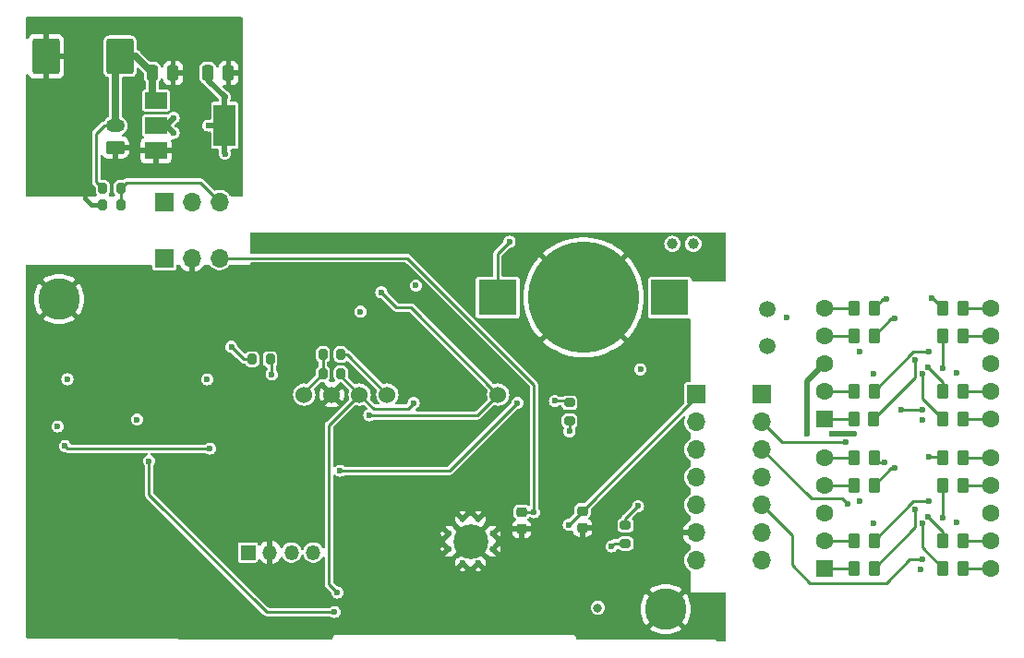
<source format=gbr>
%TF.GenerationSoftware,KiCad,Pcbnew,7.0.1*%
%TF.CreationDate,2023-04-28T21:22:04+03:00*%
%TF.ProjectId,leanometer_esp32,6c65616e-6f6d-4657-9465-725f65737033,R1*%
%TF.SameCoordinates,Original*%
%TF.FileFunction,Copper,L4,Bot*%
%TF.FilePolarity,Positive*%
%FSLAX46Y46*%
G04 Gerber Fmt 4.6, Leading zero omitted, Abs format (unit mm)*
G04 Created by KiCad (PCBNEW 7.0.1) date 2023-04-28 21:22:04*
%MOMM*%
%LPD*%
G01*
G04 APERTURE LIST*
G04 Aperture macros list*
%AMRoundRect*
0 Rectangle with rounded corners*
0 $1 Rounding radius*
0 $2 $3 $4 $5 $6 $7 $8 $9 X,Y pos of 4 corners*
0 Add a 4 corners polygon primitive as box body*
4,1,4,$2,$3,$4,$5,$6,$7,$8,$9,$2,$3,0*
0 Add four circle primitives for the rounded corners*
1,1,$1+$1,$2,$3*
1,1,$1+$1,$4,$5*
1,1,$1+$1,$6,$7*
1,1,$1+$1,$8,$9*
0 Add four rect primitives between the rounded corners*
20,1,$1+$1,$2,$3,$4,$5,0*
20,1,$1+$1,$4,$5,$6,$7,0*
20,1,$1+$1,$6,$7,$8,$9,0*
20,1,$1+$1,$8,$9,$2,$3,0*%
G04 Aperture macros list end*
%TA.AperFunction,ComponentPad*%
%ADD10C,1.524000*%
%TD*%
%TA.AperFunction,ComponentPad*%
%ADD11R,1.700000X1.700000*%
%TD*%
%TA.AperFunction,ComponentPad*%
%ADD12O,1.700000X1.700000*%
%TD*%
%TA.AperFunction,HeatsinkPad*%
%ADD13C,0.600000*%
%TD*%
%TA.AperFunction,HeatsinkPad*%
%ADD14C,3.200000*%
%TD*%
%TA.AperFunction,ComponentPad*%
%ADD15C,3.800000*%
%TD*%
%TA.AperFunction,ComponentPad*%
%ADD16R,1.350000X1.350000*%
%TD*%
%TA.AperFunction,ComponentPad*%
%ADD17O,1.350000X1.350000*%
%TD*%
%TA.AperFunction,ComponentPad*%
%ADD18C,1.000000*%
%TD*%
%TA.AperFunction,SMDPad,CuDef*%
%ADD19RoundRect,0.200000X-0.200000X-0.275000X0.200000X-0.275000X0.200000X0.275000X-0.200000X0.275000X0*%
%TD*%
%TA.AperFunction,SMDPad,CuDef*%
%ADD20RoundRect,0.200000X-0.275000X0.200000X-0.275000X-0.200000X0.275000X-0.200000X0.275000X0.200000X0*%
%TD*%
%TA.AperFunction,SMDPad,CuDef*%
%ADD21RoundRect,0.250000X-0.262500X-0.450000X0.262500X-0.450000X0.262500X0.450000X-0.262500X0.450000X0*%
%TD*%
%TA.AperFunction,SMDPad,CuDef*%
%ADD22R,3.500000X3.300000*%
%TD*%
%TA.AperFunction,SMDPad,CuDef*%
%ADD23C,10.200000*%
%TD*%
%TA.AperFunction,SMDPad,CuDef*%
%ADD24R,2.000000X1.500000*%
%TD*%
%TA.AperFunction,SMDPad,CuDef*%
%ADD25R,2.000000X3.800000*%
%TD*%
%TA.AperFunction,SMDPad,CuDef*%
%ADD26RoundRect,0.225000X0.250000X-0.225000X0.250000X0.225000X-0.250000X0.225000X-0.250000X-0.225000X0*%
%TD*%
%TA.AperFunction,SMDPad,CuDef*%
%ADD27RoundRect,0.250000X0.262500X0.450000X-0.262500X0.450000X-0.262500X-0.450000X0.262500X-0.450000X0*%
%TD*%
%TA.AperFunction,SMDPad,CuDef*%
%ADD28RoundRect,0.250000X-1.000000X1.400000X-1.000000X-1.400000X1.000000X-1.400000X1.000000X1.400000X0*%
%TD*%
%TA.AperFunction,SMDPad,CuDef*%
%ADD29RoundRect,0.250000X-0.250000X-0.475000X0.250000X-0.475000X0.250000X0.475000X-0.250000X0.475000X0*%
%TD*%
%TA.AperFunction,ComponentPad*%
%ADD30R,1.600000X1.600000*%
%TD*%
%TA.AperFunction,ComponentPad*%
%ADD31C,1.600000*%
%TD*%
%TA.AperFunction,ComponentPad*%
%ADD32C,1.500000*%
%TD*%
%TA.AperFunction,SMDPad,CuDef*%
%ADD33RoundRect,0.200000X0.275000X-0.200000X0.275000X0.200000X-0.275000X0.200000X-0.275000X-0.200000X0*%
%TD*%
%TA.AperFunction,SMDPad,CuDef*%
%ADD34RoundRect,0.200000X0.200000X0.275000X-0.200000X0.275000X-0.200000X-0.275000X0.200000X-0.275000X0*%
%TD*%
%TA.AperFunction,ComponentPad*%
%ADD35RoundRect,0.250000X0.625000X-0.350000X0.625000X0.350000X-0.625000X0.350000X-0.625000X-0.350000X0*%
%TD*%
%TA.AperFunction,ComponentPad*%
%ADD36O,1.750000X1.200000*%
%TD*%
%TA.AperFunction,ViaPad*%
%ADD37C,0.600000*%
%TD*%
%TA.AperFunction,ViaPad*%
%ADD38C,0.800000*%
%TD*%
%TA.AperFunction,Conductor*%
%ADD39C,0.406400*%
%TD*%
%TA.AperFunction,Conductor*%
%ADD40C,0.254000*%
%TD*%
%TA.AperFunction,Conductor*%
%ADD41C,0.635000*%
%TD*%
%TA.AperFunction,Conductor*%
%ADD42C,0.508000*%
%TD*%
%TA.AperFunction,Conductor*%
%ADD43C,0.250000*%
%TD*%
G04 APERTURE END LIST*
D10*
%TO.P,U8,1,VCC*%
%TO.N,+3V3*%
X126873000Y-96520000D03*
%TO.P,U8,2,GND*%
%TO.N,GND*%
X129413000Y-96520000D03*
%TO.P,U8,3,SCL*%
%TO.N,/MainBoard/I2C_SCL*%
X131953000Y-96520000D03*
%TO.P,U8,4,SDA*%
%TO.N,/MainBoard/I2C_SDA*%
X134493000Y-96520000D03*
%TO.P,U8,8,INT*%
%TO.N,/MainBoard/IMU_INT*%
X144653000Y-96520000D03*
%TD*%
D11*
%TO.P,J5,1,Pin_1*%
%TO.N,+3V3*%
X114024000Y-84005000D03*
D12*
%TO.P,J5,2,Pin_2*%
%TO.N,GND*%
X116564000Y-84005000D03*
%TO.P,J5,3,Pin_3*%
%TO.N,/MainBoard/ADC_VBAT*%
X119104000Y-84005000D03*
%TD*%
D11*
%TO.P,J1,1,Pin_1*%
%TO.N,/DisplayBoard/ADC_LDR*%
X162846000Y-96490000D03*
D12*
%TO.P,J1,2,Pin_2*%
%TO.N,/DisplayBoard/DISP_BRIGHT*%
X162846000Y-99030000D03*
%TO.P,J1,3,Pin_3*%
%TO.N,/DisplayBoard/DISP_LATCH*%
X162846000Y-101570000D03*
%TO.P,J1,4,Pin_4*%
%TO.N,/DisplayBoard/DISP_CLOCK*%
X162846000Y-104110000D03*
%TO.P,J1,5,Pin_5*%
%TO.N,/DisplayBoard/DISP_DATA*%
X162846000Y-106650000D03*
%TO.P,J1,6,Pin_6*%
%TO.N,GND*%
X162846000Y-109190000D03*
%TO.P,J1,7,Pin_7*%
%TO.N,+3V3*%
X162846000Y-111730000D03*
%TD*%
D13*
%TO.P,U2,39,GND*%
%TO.N,GND*%
X144172000Y-110679000D03*
X144172000Y-109279000D03*
X142816000Y-111989000D03*
X142816000Y-107925000D03*
D14*
X142141000Y-109979000D03*
D13*
X141416000Y-111989000D03*
X141416000Y-107925000D03*
X140108000Y-110679000D03*
X140108000Y-109279000D03*
%TD*%
D11*
%TO.P,J7,1,Pin_1*%
%TO.N,+3V3*%
X114039000Y-78830000D03*
D12*
%TO.P,J7,2,Pin_2*%
%TO.N,GND*%
X116579000Y-78830000D03*
%TO.P,J7,3,Pin_3*%
%TO.N,/MainBoard/ADC_VBAT*%
X119119000Y-78830000D03*
%TD*%
D15*
%TO.P,H1,1,1*%
%TO.N,GND*%
X104394000Y-87757000D03*
%TD*%
D11*
%TO.P,J6,1,Pin_1*%
%TO.N,/DisplayBoard/ADC_LDR*%
X168823500Y-96455000D03*
D12*
%TO.P,J6,2,Pin_2*%
%TO.N,/DisplayBoard/DISP_BRIGHT*%
X168823500Y-98995000D03*
%TO.P,J6,3,Pin_3*%
%TO.N,/DisplayBoard/DISP_LATCH*%
X168823500Y-101535000D03*
%TO.P,J6,4,Pin_4*%
%TO.N,/DisplayBoard/DISP_CLOCK*%
X168823500Y-104075000D03*
%TO.P,J6,5,Pin_5*%
%TO.N,/DisplayBoard/DISP_DATA*%
X168823500Y-106615000D03*
%TO.P,J6,6,Pin_6*%
%TO.N,GND*%
X168823500Y-109155000D03*
%TO.P,J6,7,Pin_7*%
%TO.N,+3V3*%
X168823500Y-111695000D03*
%TD*%
D16*
%TO.P,J2,1,Pin_1*%
%TO.N,+3V3*%
X121714000Y-110998000D03*
D17*
%TO.P,J2,2,Pin_2*%
%TO.N,GND*%
X123714000Y-110998000D03*
%TO.P,J2,3,Pin_3*%
%TO.N,/MainBoard/TX*%
X125714000Y-110998000D03*
%TO.P,J2,4,Pin_4*%
%TO.N,/MainBoard/RX*%
X127714000Y-110998000D03*
%TD*%
D18*
%TO.P,Y1,1,1*%
%TO.N,Net-(U9-OSCO)*%
X160650000Y-82700000D03*
%TO.P,Y1,2,2*%
%TO.N,Net-(U9-OSCI)*%
X162550000Y-82700000D03*
%TD*%
D15*
%TO.P,H2,1,1*%
%TO.N,GND*%
X160020000Y-116205000D03*
%TD*%
D19*
%TO.P,R7,1*%
%TO.N,+3V3*%
X128588000Y-94615000D03*
%TO.P,R7,2*%
%TO.N,/MainBoard/I2C_SCL*%
X130238000Y-94615000D03*
%TD*%
D20*
%TO.P,R5,1*%
%TO.N,+3V3*%
X156337000Y-108522000D03*
%TO.P,R5,2*%
%TO.N,/MainBoard/EN*%
X156337000Y-110172000D03*
%TD*%
D21*
%TO.P,R22,1*%
%TO.N,Net-(U4-QF)*%
X185437000Y-109912000D03*
%TO.P,R22,2*%
%TO.N,Net-(U6-F)*%
X187262000Y-109912000D03*
%TD*%
D22*
%TO.P,BT1,1,+*%
%TO.N,Net-(BT1-+)*%
X144600000Y-87605000D03*
X160400000Y-87605000D03*
D23*
%TO.P,BT1,2,-*%
%TO.N,GND*%
X152500000Y-87605000D03*
%TD*%
D19*
%TO.P,R3,1*%
%TO.N,+3V3*%
X122100500Y-93281500D03*
%TO.P,R3,2*%
%TO.N,/MainBoard/IO0*%
X123750500Y-93281500D03*
%TD*%
D24*
%TO.P,U1,1,GND*%
%TO.N,GND*%
X113289000Y-74130000D03*
%TO.P,U1,2,VO*%
%TO.N,+3V3*%
X113289000Y-71830000D03*
D25*
X119589000Y-71830000D03*
D24*
%TO.P,U1,3,VI*%
%TO.N,+BATT*%
X113289000Y-69530000D03*
%TD*%
D26*
%TO.P,C1,1*%
%TO.N,GND*%
X146812000Y-108852000D03*
%TO.P,C1,2*%
%TO.N,/MainBoard/ADC_VBAT*%
X146812000Y-107302000D03*
%TD*%
D27*
%TO.P,R19,1*%
%TO.N,Net-(U4-QC)*%
X179134000Y-104832000D03*
%TO.P,R19,2*%
%TO.N,Net-(U6-C)*%
X177309000Y-104832000D03*
%TD*%
D21*
%TO.P,R26,1*%
%TO.N,Net-(U5-QB)*%
X185437000Y-88586000D03*
%TO.P,R26,2*%
%TO.N,Net-(U7-B)*%
X187262000Y-88586000D03*
%TD*%
D28*
%TO.P,D1,1,A1*%
%TO.N,GND*%
X103183800Y-65480000D03*
%TO.P,D1,2,A2*%
%TO.N,+BATT*%
X109983800Y-65480000D03*
%TD*%
D21*
%TO.P,R31,1*%
%TO.N,Net-(U5-QG)*%
X185437000Y-98746000D03*
%TO.P,R31,2*%
%TO.N,Net-(U7-G)*%
X187262000Y-98746000D03*
%TD*%
D19*
%TO.P,R8,1*%
%TO.N,+3V3*%
X128588000Y-92837000D03*
%TO.P,R8,2*%
%TO.N,/MainBoard/I2C_SDA*%
X130238000Y-92837000D03*
%TD*%
D29*
%TO.P,C4,1*%
%TO.N,+3V3*%
X118029000Y-67004000D03*
%TO.P,C4,2*%
%TO.N,GND*%
X119929000Y-67004000D03*
%TD*%
D27*
%TO.P,R27,1*%
%TO.N,Net-(U5-QC)*%
X179134000Y-91126000D03*
%TO.P,R27,2*%
%TO.N,Net-(U7-C)*%
X177309000Y-91126000D03*
%TD*%
D30*
%TO.P,U6,1,E*%
%TO.N,Net-(U6-E)*%
X174612000Y-112462000D03*
D31*
%TO.P,U6,2,D*%
%TO.N,Net-(U6-D)*%
X174612000Y-109922000D03*
%TO.P,U6,3,CC*%
%TO.N,/DisplayBoard/LED_CATH*%
X174612000Y-107382000D03*
%TO.P,U6,4,C*%
%TO.N,Net-(U6-C)*%
X174612000Y-104842000D03*
%TO.P,U6,5,DP*%
%TO.N,Net-(U6-DP)*%
X174612000Y-102302000D03*
%TO.P,U6,6,B*%
%TO.N,Net-(U6-B)*%
X189852000Y-102302000D03*
%TO.P,U6,7,A*%
%TO.N,Net-(U6-A)*%
X189852000Y-104842000D03*
%TO.P,U6,8,CC*%
%TO.N,/DisplayBoard/LED_CATH*%
X189852000Y-107382000D03*
%TO.P,U6,9,F*%
%TO.N,Net-(U6-F)*%
X189852000Y-109922000D03*
%TO.P,U6,10,G*%
%TO.N,Net-(U6-G)*%
X189852000Y-112462000D03*
%TD*%
D21*
%TO.P,R25,1*%
%TO.N,Net-(U5-QA)*%
X185437000Y-91126000D03*
%TO.P,R25,2*%
%TO.N,Net-(U7-A)*%
X187262000Y-91126000D03*
%TD*%
%TO.P,R17,1*%
%TO.N,Net-(U4-QA)*%
X185437000Y-104832000D03*
%TO.P,R17,2*%
%TO.N,Net-(U6-A)*%
X187262000Y-104832000D03*
%TD*%
D27*
%TO.P,R20,1*%
%TO.N,Net-(U4-QD)*%
X179134000Y-109912000D03*
%TO.P,R20,2*%
%TO.N,Net-(U6-D)*%
X177309000Y-109912000D03*
%TD*%
D21*
%TO.P,R30,1*%
%TO.N,Net-(U5-QF)*%
X185437000Y-96206000D03*
%TO.P,R30,2*%
%TO.N,Net-(U7-F)*%
X187262000Y-96206000D03*
%TD*%
D30*
%TO.P,U7,1,E*%
%TO.N,Net-(U7-E)*%
X174612000Y-98758000D03*
D31*
%TO.P,U7,2,D*%
%TO.N,Net-(U7-D)*%
X174612000Y-96218000D03*
%TO.P,U7,3,CC*%
%TO.N,/DisplayBoard/LED_CATH*%
X174612000Y-93678000D03*
%TO.P,U7,4,C*%
%TO.N,Net-(U7-C)*%
X174612000Y-91138000D03*
%TO.P,U7,5,DP*%
%TO.N,Net-(U7-DP)*%
X174612000Y-88598000D03*
%TO.P,U7,6,B*%
%TO.N,Net-(U7-B)*%
X189852000Y-88598000D03*
%TO.P,U7,7,A*%
%TO.N,Net-(U7-A)*%
X189852000Y-91138000D03*
%TO.P,U7,8,CC*%
%TO.N,/DisplayBoard/LED_CATH*%
X189852000Y-93678000D03*
%TO.P,U7,9,F*%
%TO.N,Net-(U7-F)*%
X189852000Y-96218000D03*
%TO.P,U7,10,G*%
%TO.N,Net-(U7-G)*%
X189852000Y-98758000D03*
%TD*%
D27*
%TO.P,R29,1*%
%TO.N,Net-(U5-QE)*%
X179109500Y-98746000D03*
%TO.P,R29,2*%
%TO.N,Net-(U7-E)*%
X177284500Y-98746000D03*
%TD*%
D32*
%TO.P,R15,1*%
%TO.N,+3V3*%
X169331500Y-88664000D03*
%TO.P,R15,2*%
%TO.N,/DisplayBoard/ADC_LDR*%
X169331500Y-92064000D03*
%TD*%
D27*
%TO.P,R32,1*%
%TO.N,Net-(U5-QH)*%
X179134000Y-88586000D03*
%TO.P,R32,2*%
%TO.N,Net-(U7-DP)*%
X177309000Y-88586000D03*
%TD*%
D29*
%TO.P,C2,1*%
%TO.N,+BATT*%
X112949000Y-67004000D03*
%TO.P,C2,2*%
%TO.N,GND*%
X114849000Y-67004000D03*
%TD*%
D19*
%TO.P,R1,1*%
%TO.N,+BATT*%
X108400400Y-77570400D03*
%TO.P,R1,2*%
%TO.N,/MainBoard/ADC_VBAT*%
X110050400Y-77570400D03*
%TD*%
D27*
%TO.P,R21,1*%
%TO.N,Net-(U4-QE)*%
X179134000Y-112452000D03*
%TO.P,R21,2*%
%TO.N,Net-(U6-E)*%
X177309000Y-112452000D03*
%TD*%
D21*
%TO.P,R18,1*%
%TO.N,Net-(U4-QB)*%
X185437000Y-102292000D03*
%TO.P,R18,2*%
%TO.N,Net-(U6-B)*%
X187262000Y-102292000D03*
%TD*%
D33*
%TO.P,R6,1*%
%TO.N,+3V3*%
X151200000Y-98925000D03*
%TO.P,R6,2*%
%TO.N,/MainBoard/BUT*%
X151200000Y-97275000D03*
%TD*%
D21*
%TO.P,R23,1*%
%TO.N,Net-(U4-QG)*%
X185437000Y-112452000D03*
%TO.P,R23,2*%
%TO.N,Net-(U6-G)*%
X187262000Y-112452000D03*
%TD*%
D27*
%TO.P,R28,1*%
%TO.N,Net-(U5-QD)*%
X179134000Y-96206000D03*
%TO.P,R28,2*%
%TO.N,Net-(U7-D)*%
X177309000Y-96206000D03*
%TD*%
D34*
%TO.P,R2,1*%
%TO.N,/MainBoard/ADC_VBAT*%
X110050400Y-79094400D03*
%TO.P,R2,2*%
%TO.N,GND*%
X108400400Y-79094400D03*
%TD*%
D27*
%TO.P,R24,1*%
%TO.N,Net-(U4-QH)*%
X179134000Y-102292000D03*
%TO.P,R24,2*%
%TO.N,Net-(U6-DP)*%
X177309000Y-102292000D03*
%TD*%
D35*
%TO.P,J3,1,Pin_1*%
%TO.N,GND*%
X109541800Y-73846000D03*
D36*
%TO.P,J3,2,Pin_2*%
%TO.N,+BATT*%
X109541800Y-71846000D03*
%TD*%
D26*
%TO.P,C16,1*%
%TO.N,GND*%
X152400000Y-108738000D03*
%TO.P,C16,2*%
%TO.N,/DisplayBoard/ADC_LDR*%
X152400000Y-107188000D03*
%TD*%
D37*
%TO.N,GND*%
X109347000Y-100076000D03*
X171101000Y-89434000D03*
X120078500Y-94805500D03*
X120361000Y-68453000D03*
X129540000Y-91440000D03*
X133118000Y-117592000D03*
X177832000Y-106325000D03*
X113249000Y-75692000D03*
X116043000Y-67056000D03*
X106772000Y-77470000D03*
X177832000Y-92609000D03*
X146326000Y-101463000D03*
X136142700Y-86761000D03*
D38*
X151511000Y-91059000D03*
D37*
X111633000Y-74168000D03*
X148104000Y-117592000D03*
X132842000Y-92583000D03*
X110546000Y-93844000D03*
X138639000Y-91948000D03*
X103216000Y-67818000D03*
X105121000Y-64897000D03*
X183420000Y-112548000D03*
X105121000Y-66040000D03*
X114900000Y-65532000D03*
X183547000Y-98832000D03*
X134883300Y-86761000D03*
X120361000Y-65532000D03*
X154813000Y-106807000D03*
X115027000Y-74168000D03*
X103216000Y-63119000D03*
%TO.N,/MainBoard/ADC_VBAT*%
X147955000Y-107315000D03*
%TO.N,/MainBoard/EN*%
X155067000Y-110435000D03*
%TO.N,+3V3*%
X179102000Y-108357000D03*
X119599000Y-74422000D03*
X179102000Y-94641000D03*
X117983000Y-95123000D03*
X120205500Y-92138500D03*
X186722000Y-94514000D03*
X118075000Y-71830000D03*
X157480000Y-106744000D03*
X111545000Y-98806000D03*
X157700000Y-94200000D03*
X186722000Y-108230000D03*
X151200000Y-99900000D03*
X119599000Y-69215000D03*
X104267000Y-99441000D03*
X105156000Y-95123000D03*
X114900000Y-71120000D03*
X114900000Y-72517000D03*
X137115000Y-86507000D03*
X132035000Y-88920000D03*
D38*
X153797000Y-116078000D03*
D37*
%TO.N,/MainBoard/SD_DET_B*%
X104938618Y-101232000D03*
X118237000Y-101473000D03*
%TO.N,/DisplayBoard/ADC_LDR*%
X151130000Y-108458000D03*
%TO.N,/DisplayBoard/DISP_DATA*%
X183550200Y-111659000D03*
%TO.N,/DisplayBoard/DISP_LATCH*%
X176689000Y-106579000D03*
%TO.N,/DisplayBoard/DISP_BRIGHT*%
X176562000Y-100864000D03*
%TO.N,/MainBoard/SD_MOSI*%
X112649000Y-102616000D03*
X129667000Y-116459000D03*
%TO.N,/MainBoard/I2C_SCL*%
X136900000Y-97300000D03*
X129921000Y-114681000D03*
%TO.N,/DisplayBoard/LED_CATH*%
X173006000Y-100102000D03*
X177324000Y-100102000D03*
X175292000Y-100102000D03*
%TO.N,/MainBoard/IO0*%
X123888500Y-94678500D03*
%TO.N,/MainBoard/BUT*%
X149860000Y-97096700D03*
X146431000Y-97282000D03*
X130175000Y-103505000D03*
%TO.N,/MainBoard/IMU_INT*%
X132842000Y-98425000D03*
X133940000Y-87142000D03*
%TO.N,/DisplayBoard/SH_REG_OUT_1*%
X183550200Y-97943000D03*
X181642000Y-97943000D03*
%TO.N,Net-(U5-QA)*%
X185452000Y-94133000D03*
%TO.N,Net-(U5-QB)*%
X184436000Y-87656000D03*
%TO.N,Net-(U5-QC)*%
X181007000Y-89561000D03*
%TO.N,Net-(U5-QD)*%
X184182000Y-92609000D03*
%TO.N,Net-(U5-QE)*%
X182888416Y-93342116D03*
%TO.N,Net-(U5-QF)*%
X184055000Y-94006000D03*
%TO.N,Net-(U5-QG)*%
X183547000Y-94641000D03*
%TO.N,Net-(U5-QH)*%
X180245000Y-87783000D03*
%TO.N,Net-(U4-QH)*%
X180118000Y-102769000D03*
%TO.N,Net-(U4-QG)*%
X183547000Y-108357000D03*
%TO.N,Net-(U4-QF)*%
X184055000Y-107722000D03*
%TO.N,Net-(U4-QE)*%
X182880766Y-107055766D03*
%TO.N,Net-(U4-QD)*%
X184182000Y-106325000D03*
%TO.N,Net-(U4-QC)*%
X181007000Y-103277000D03*
%TO.N,Net-(U4-QB)*%
X184182000Y-102261000D03*
%TO.N,Net-(U4-QA)*%
X185452000Y-107849000D03*
%TO.N,Net-(BT1-+)*%
X145700000Y-82500000D03*
%TD*%
D39*
%TO.N,GND*%
X106772000Y-77470000D02*
X106772000Y-78486000D01*
X106772000Y-78486000D02*
X107380400Y-79094400D01*
X107380400Y-79094400D02*
X108400400Y-79094400D01*
D40*
%TO.N,/MainBoard/ADC_VBAT*%
X147942000Y-107302000D02*
X147955000Y-107315000D01*
X117369000Y-77080000D02*
X119119000Y-78830000D01*
X146812000Y-107302000D02*
X147942000Y-107302000D01*
X110050400Y-77570400D02*
X110540800Y-77080000D01*
X147955000Y-95631000D02*
X136329000Y-84005000D01*
X147955000Y-107315000D02*
X147955000Y-95631000D01*
X110540800Y-77080000D02*
X117369000Y-77080000D01*
X110050400Y-77570400D02*
X110050400Y-79094400D01*
X136329000Y-84005000D02*
X119104000Y-84005000D01*
%TO.N,+BATT*%
X108400400Y-77570400D02*
X107789000Y-76959000D01*
X107789000Y-76959000D02*
X107789000Y-72580000D01*
D41*
X109541800Y-71846000D02*
X109541800Y-65922000D01*
X112949000Y-67004000D02*
X112949000Y-69190000D01*
X109983800Y-65480000D02*
X111425000Y-65480000D01*
X111425000Y-65480000D02*
X112949000Y-67004000D01*
D40*
X108523000Y-71846000D02*
X109541800Y-71846000D01*
D41*
X112949000Y-69190000D02*
X113289000Y-69530000D01*
D40*
X107789000Y-72580000D02*
X108523000Y-71846000D01*
D41*
X109541800Y-65922000D02*
X109983800Y-65480000D01*
D40*
%TO.N,/MainBoard/EN*%
X156337000Y-110172000D02*
X155330000Y-110172000D01*
X155330000Y-110172000D02*
X155067000Y-110435000D01*
D42*
%TO.N,+3V3*%
X119589000Y-71830000D02*
X119589000Y-69225000D01*
X119589000Y-69225000D02*
X119599000Y-69215000D01*
X114190000Y-71830000D02*
X114900000Y-71120000D01*
D40*
X156337000Y-107887000D02*
X157480000Y-106744000D01*
X121348500Y-93281500D02*
X120205500Y-92138500D01*
X156337000Y-108522000D02*
X156337000Y-107887000D01*
X128588000Y-92837000D02*
X128588000Y-94615000D01*
X128588000Y-94615000D02*
X126873000Y-96330000D01*
D42*
X113289000Y-71830000D02*
X114190000Y-71830000D01*
X114213000Y-71830000D02*
X114900000Y-72517000D01*
X118029000Y-67004000D02*
X118029000Y-67645000D01*
X119589000Y-71830000D02*
X118075000Y-71830000D01*
X119589000Y-71830000D02*
X119589000Y-74412000D01*
D40*
X126873000Y-96330000D02*
X126873000Y-96520000D01*
D42*
X113289000Y-71830000D02*
X114213000Y-71830000D01*
D40*
X122100500Y-93281500D02*
X121348500Y-93281500D01*
D42*
X118029000Y-67645000D02*
X119599000Y-69215000D01*
X119589000Y-74412000D02*
X119599000Y-74422000D01*
D43*
X151200000Y-98925000D02*
X151200000Y-99900000D01*
D40*
%TO.N,/MainBoard/SD_DET_B*%
X118237000Y-101473000D02*
X105179618Y-101473000D01*
X105179618Y-101473000D02*
X104938618Y-101232000D01*
%TO.N,/DisplayBoard/ADC_LDR*%
X151130000Y-108458000D02*
X152400000Y-107188000D01*
X162846000Y-96742000D02*
X152400000Y-107188000D01*
X162846000Y-96742000D02*
X162846000Y-96490000D01*
%TO.N,/DisplayBoard/DISP_DATA*%
X171609000Y-112167000D02*
X171609000Y-109400500D01*
X183550200Y-111659000D02*
X182404000Y-111659000D01*
X173260000Y-113818000D02*
X171609000Y-112167000D01*
X180245000Y-113818000D02*
X173260000Y-113818000D01*
X171609000Y-109400500D02*
X168823500Y-106615000D01*
X182404000Y-111659000D02*
X180245000Y-113818000D01*
%TO.N,/DisplayBoard/DISP_LATCH*%
X176181000Y-106071000D02*
X173359500Y-106071000D01*
X173359500Y-106071000D02*
X168823500Y-101535000D01*
X176689000Y-106579000D02*
X176181000Y-106071000D01*
%TO.N,/DisplayBoard/DISP_BRIGHT*%
X176562000Y-100864000D02*
X170692500Y-100864000D01*
X170692500Y-100864000D02*
X168823500Y-98995000D01*
%TO.N,/MainBoard/SD_MOSI*%
X112649000Y-105664000D02*
X123444000Y-116459000D01*
X123444000Y-116459000D02*
X129667000Y-116459000D01*
X112649000Y-102616000D02*
X112649000Y-105664000D01*
%TO.N,/MainBoard/I2C_SCL*%
X130238000Y-94805000D02*
X131953000Y-96520000D01*
D43*
X136400000Y-97800000D02*
X133233000Y-97800000D01*
X136900000Y-97300000D02*
X136400000Y-97800000D01*
X133233000Y-97800000D02*
X131953000Y-96520000D01*
D40*
X129159000Y-113919000D02*
X129159000Y-99314000D01*
X129159000Y-99314000D02*
X131953000Y-96520000D01*
X129921000Y-114681000D02*
X129159000Y-113919000D01*
X130238000Y-94615000D02*
X130238000Y-94805000D01*
%TO.N,/MainBoard/I2C_SDA*%
X130810000Y-92837000D02*
X134493000Y-96520000D01*
X130238000Y-92837000D02*
X130810000Y-92837000D01*
D42*
%TO.N,/DisplayBoard/LED_CATH*%
X173006000Y-95284000D02*
X174612000Y-93678000D01*
X175292000Y-100102000D02*
X177324000Y-100102000D01*
X173006000Y-100102000D02*
X173006000Y-95284000D01*
D40*
%TO.N,/MainBoard/IO0*%
X123888500Y-93419500D02*
X123750500Y-93281500D01*
X123888500Y-94678500D02*
X123888500Y-93419500D01*
%TO.N,/MainBoard/BUT*%
X130175000Y-103505000D02*
X140208000Y-103505000D01*
D43*
X151021700Y-97096700D02*
X149860000Y-97096700D01*
X151200000Y-97275000D02*
X151021700Y-97096700D01*
D40*
X140208000Y-103505000D02*
X146431000Y-97282000D01*
%TO.N,/MainBoard/IMU_INT*%
X133940000Y-87142000D02*
X135317000Y-88519000D01*
X135317000Y-88519000D02*
X136652000Y-88519000D01*
X132842000Y-98425000D02*
X142748000Y-98425000D01*
X136652000Y-88519000D02*
X144653000Y-96520000D01*
X142748000Y-98425000D02*
X144653000Y-96520000D01*
%TO.N,/DisplayBoard/SH_REG_OUT_1*%
X181642000Y-97943000D02*
X183550200Y-97943000D01*
%TO.N,Net-(U5-QA)*%
X185452000Y-94133000D02*
X185452000Y-91141000D01*
X185452000Y-91141000D02*
X185437000Y-91126000D01*
%TO.N,Net-(U7-A)*%
X187274000Y-91138000D02*
X189852000Y-91138000D01*
X187262000Y-91126000D02*
X187274000Y-91138000D01*
%TO.N,Net-(U5-QB)*%
X184436000Y-87656000D02*
X184507000Y-87656000D01*
X184507000Y-87656000D02*
X185437000Y-88586000D01*
%TO.N,Net-(U7-B)*%
X187262000Y-88586000D02*
X187274000Y-88598000D01*
X187274000Y-88598000D02*
X189852000Y-88598000D01*
%TO.N,Net-(U5-QC)*%
X180699000Y-89561000D02*
X179134000Y-91126000D01*
X181007000Y-89561000D02*
X180699000Y-89561000D01*
%TO.N,Net-(U7-C)*%
X177309000Y-91126000D02*
X177297000Y-91138000D01*
X177297000Y-91138000D02*
X174612000Y-91138000D01*
%TO.N,Net-(U5-QD)*%
X182731000Y-92609000D02*
X179134000Y-96206000D01*
X184182000Y-92609000D02*
X182731000Y-92609000D01*
%TO.N,Net-(U7-D)*%
X177297000Y-96218000D02*
X174612000Y-96218000D01*
X177309000Y-96206000D02*
X177297000Y-96218000D01*
%TO.N,Net-(U5-QE)*%
X182888416Y-93342116D02*
X182888416Y-94967084D01*
X182888416Y-94967084D02*
X179109500Y-98746000D01*
%TO.N,Net-(U7-E)*%
X177284500Y-98746000D02*
X177272500Y-98758000D01*
X177272500Y-98758000D02*
X174612000Y-98758000D01*
%TO.N,Net-(U5-QF)*%
X184055000Y-94006000D02*
X185437000Y-95388000D01*
X185437000Y-95388000D02*
X185437000Y-96206000D01*
%TO.N,Net-(U7-F)*%
X187262000Y-96206000D02*
X187274000Y-96218000D01*
X187274000Y-96218000D02*
X189852000Y-96218000D01*
%TO.N,Net-(U5-QG)*%
X183547000Y-94641000D02*
X183547000Y-96856000D01*
X183547000Y-96856000D02*
X185437000Y-98746000D01*
%TO.N,Net-(U7-G)*%
X187274000Y-98758000D02*
X189852000Y-98758000D01*
X187262000Y-98746000D02*
X187274000Y-98758000D01*
%TO.N,Net-(U5-QH)*%
X179937000Y-87783000D02*
X179134000Y-88586000D01*
X180245000Y-87783000D02*
X179937000Y-87783000D01*
%TO.N,Net-(U7-DP)*%
X177309000Y-88586000D02*
X177297000Y-88598000D01*
X177297000Y-88598000D02*
X174612000Y-88598000D01*
%TO.N,Net-(U6-G)*%
X187272000Y-112462000D02*
X189852000Y-112462000D01*
X187262000Y-112452000D02*
X187272000Y-112462000D01*
%TO.N,Net-(U6-F)*%
X187262000Y-109912000D02*
X187272000Y-109922000D01*
X187272000Y-109922000D02*
X189852000Y-109922000D01*
%TO.N,Net-(U6-E)*%
X177309000Y-112452000D02*
X177299000Y-112462000D01*
X177299000Y-112462000D02*
X174612000Y-112462000D01*
%TO.N,Net-(U6-DP)*%
X177309000Y-102292000D02*
X177299000Y-102302000D01*
X177299000Y-102302000D02*
X174612000Y-102302000D01*
%TO.N,Net-(U6-D)*%
X177299000Y-109922000D02*
X174612000Y-109922000D01*
X177309000Y-109912000D02*
X177299000Y-109922000D01*
%TO.N,Net-(U6-C)*%
X177309000Y-104832000D02*
X177299000Y-104842000D01*
X177299000Y-104842000D02*
X174612000Y-104842000D01*
%TO.N,Net-(U6-B)*%
X187272000Y-102302000D02*
X189852000Y-102302000D01*
X187262000Y-102292000D02*
X187272000Y-102302000D01*
%TO.N,Net-(U6-A)*%
X187272000Y-104842000D02*
X189852000Y-104842000D01*
X187262000Y-104832000D02*
X187272000Y-104842000D01*
%TO.N,Net-(U4-QH)*%
X179611000Y-102769000D02*
X179134000Y-102292000D01*
X180118000Y-102769000D02*
X179611000Y-102769000D01*
%TO.N,Net-(U4-QG)*%
X183547000Y-110562000D02*
X185437000Y-112452000D01*
X183547000Y-108357000D02*
X183547000Y-110562000D01*
%TO.N,Net-(U4-QF)*%
X184055000Y-107722000D02*
X185437000Y-109104000D01*
X185437000Y-109104000D02*
X185437000Y-109912000D01*
%TO.N,Net-(U4-QE)*%
X182880766Y-107055766D02*
X182880766Y-108705234D01*
X182880766Y-108705234D02*
X179134000Y-112452000D01*
%TO.N,Net-(U4-QD)*%
X182721000Y-106325000D02*
X179134000Y-109912000D01*
X184182000Y-106325000D02*
X182721000Y-106325000D01*
%TO.N,Net-(U4-QC)*%
X181007000Y-103277000D02*
X180689000Y-103277000D01*
X180689000Y-103277000D02*
X179134000Y-104832000D01*
%TO.N,Net-(U4-QB)*%
X184182000Y-102261000D02*
X185406000Y-102261000D01*
X185406000Y-102261000D02*
X185437000Y-102292000D01*
%TO.N,Net-(U4-QA)*%
X185452000Y-104847000D02*
X185437000Y-104832000D01*
X185452000Y-107849000D02*
X185452000Y-104847000D01*
D43*
%TO.N,Net-(BT1-+)*%
X144600000Y-83600000D02*
X145700000Y-82500000D01*
X144600000Y-87605000D02*
X144600000Y-83600000D01*
%TD*%
%TA.AperFunction,Conductor*%
%TO.N,GND*%
G36*
X165498500Y-81647381D02*
G01*
X165544619Y-81693500D01*
X165561500Y-81756500D01*
X165561500Y-85980000D01*
X165544619Y-86043000D01*
X165498500Y-86089119D01*
X165435500Y-86106000D01*
X162530499Y-86106000D01*
X162467499Y-86089119D01*
X162421380Y-86043000D01*
X162404499Y-85980000D01*
X162404499Y-85929932D01*
X162389734Y-85855699D01*
X162333484Y-85771515D01*
X162249301Y-85715266D01*
X162249296Y-85715265D01*
X162175066Y-85700500D01*
X158624931Y-85700500D01*
X158550699Y-85715265D01*
X158466515Y-85771515D01*
X158410266Y-85855698D01*
X158395500Y-85929933D01*
X158395500Y-89280068D01*
X158410265Y-89354300D01*
X158466515Y-89438484D01*
X158522764Y-89476068D01*
X158550699Y-89494734D01*
X158624933Y-89509500D01*
X162175066Y-89509499D01*
X162180000Y-89509499D01*
X162243000Y-89526380D01*
X162289119Y-89572499D01*
X162306000Y-89635499D01*
X162306000Y-95259501D01*
X162289119Y-95322501D01*
X162243000Y-95368620D01*
X162180000Y-95385500D01*
X161970934Y-95385501D01*
X161970932Y-95385501D01*
X161896699Y-95400265D01*
X161812515Y-95456515D01*
X161756266Y-95540698D01*
X161756265Y-95540699D01*
X161756266Y-95540699D01*
X161743008Y-95607355D01*
X161741500Y-95614934D01*
X161741500Y-97254786D01*
X161731909Y-97303004D01*
X161704595Y-97343881D01*
X152601882Y-106446595D01*
X152561005Y-106473909D01*
X152512787Y-106483500D01*
X152104136Y-106483500D01*
X152047027Y-106489639D01*
X152047027Y-106489640D01*
X151917836Y-106537825D01*
X151807455Y-106620455D01*
X151724825Y-106730836D01*
X151678955Y-106853819D01*
X151676640Y-106860027D01*
X151673552Y-106888754D01*
X151670500Y-106917137D01*
X151670500Y-107325787D01*
X151660909Y-107374005D01*
X151633595Y-107414883D01*
X151183001Y-107865475D01*
X151149634Y-107889385D01*
X151110352Y-107901301D01*
X150985246Y-107917771D01*
X150850356Y-107973645D01*
X150734525Y-108062525D01*
X150645645Y-108178356D01*
X150589771Y-108313246D01*
X150570715Y-108458000D01*
X150589771Y-108602753D01*
X150645644Y-108737642D01*
X150645645Y-108737643D01*
X150734526Y-108853474D01*
X150850357Y-108942355D01*
X150985246Y-108998228D01*
X151130000Y-109017285D01*
X151274754Y-108998228D01*
X151348504Y-108967679D01*
X151406589Y-108958475D01*
X151462526Y-108976637D01*
X151504127Y-109018209D01*
X151514808Y-109051032D01*
X151517815Y-109050159D01*
X151565923Y-109215750D01*
X151647133Y-109353068D01*
X151759931Y-109465866D01*
X151897249Y-109547076D01*
X152050439Y-109591582D01*
X152086241Y-109594400D01*
X152150000Y-109594400D01*
X152150000Y-108988000D01*
X152650000Y-108988000D01*
X152650000Y-109594399D01*
X152713760Y-109594399D01*
X152749558Y-109591582D01*
X152902750Y-109547076D01*
X153040068Y-109465866D01*
X153152866Y-109353068D01*
X153234076Y-109215750D01*
X153278582Y-109062560D01*
X153281400Y-109026759D01*
X153281400Y-108988000D01*
X152650000Y-108988000D01*
X152150000Y-108988000D01*
X152150000Y-108776747D01*
X155607500Y-108776747D01*
X155610379Y-108807452D01*
X155655630Y-108936771D01*
X155736989Y-109047010D01*
X155847228Y-109128370D01*
X155976545Y-109173620D01*
X155976546Y-109173620D01*
X155976549Y-109173621D01*
X156007251Y-109176500D01*
X156666748Y-109176499D01*
X156697451Y-109173621D01*
X156826773Y-109128369D01*
X156937010Y-109047010D01*
X157018369Y-108936773D01*
X157063621Y-108807451D01*
X157066500Y-108776749D01*
X157066499Y-108267252D01*
X157063621Y-108236549D01*
X157023864Y-108122931D01*
X157018369Y-108107226D01*
X156929007Y-107986145D01*
X156906037Y-107931655D01*
X156910456Y-107872687D01*
X156941289Y-107822231D01*
X157426997Y-107336523D01*
X157460361Y-107312615D01*
X157499643Y-107300699D01*
X157515705Y-107298584D01*
X157624754Y-107284228D01*
X157759643Y-107228355D01*
X157875474Y-107139474D01*
X157964355Y-107023643D01*
X158020228Y-106888754D01*
X158039285Y-106744000D01*
X158020228Y-106599246D01*
X157964355Y-106464358D01*
X157964354Y-106464357D01*
X157964354Y-106464356D01*
X157875475Y-106348527D01*
X157875472Y-106348525D01*
X157759643Y-106259645D01*
X157759642Y-106259644D01*
X157624753Y-106203771D01*
X157480000Y-106184715D01*
X157335246Y-106203771D01*
X157200356Y-106259645D01*
X157084525Y-106348525D01*
X156995645Y-106464356D01*
X156939771Y-106599246D01*
X156923301Y-106724352D01*
X156911385Y-106763634D01*
X156887474Y-106797002D01*
X156104452Y-107580023D01*
X156084276Y-107596407D01*
X156075043Y-107602439D01*
X156055288Y-107627820D01*
X156044972Y-107639504D01*
X156044890Y-107639586D01*
X156044887Y-107639589D01*
X156044886Y-107639591D01*
X156032809Y-107656503D01*
X156032612Y-107656781D01*
X156029503Y-107660950D01*
X155991936Y-107709216D01*
X155991803Y-107709475D01*
X155974349Y-107768099D01*
X155972761Y-107773056D01*
X155954123Y-107827347D01*
X155924309Y-107875266D01*
X155876568Y-107905363D01*
X155847226Y-107915630D01*
X155736991Y-107996988D01*
X155655629Y-108107228D01*
X155610379Y-108236545D01*
X155607500Y-108267253D01*
X155607500Y-108776747D01*
X152150000Y-108776747D01*
X152150000Y-108614000D01*
X152166881Y-108551000D01*
X152213000Y-108504881D01*
X152276000Y-108488000D01*
X153281399Y-108488000D01*
X153281399Y-108449240D01*
X153278582Y-108413441D01*
X153234076Y-108260249D01*
X153152866Y-108122931D01*
X153040068Y-108010133D01*
X152986089Y-107978210D01*
X152942514Y-107935130D01*
X152924413Y-107876589D01*
X152936067Y-107816433D01*
X152974720Y-107768887D01*
X152975773Y-107768099D01*
X152992544Y-107755544D01*
X152993172Y-107754706D01*
X153009144Y-107733368D01*
X153075175Y-107645163D01*
X153123360Y-107515973D01*
X153129500Y-107458864D01*
X153129500Y-107050212D01*
X153139091Y-107001994D01*
X153166405Y-106961117D01*
X157366769Y-102760753D01*
X161593271Y-98534250D01*
X161650128Y-98501541D01*
X161715724Y-98501843D01*
X161772279Y-98535078D01*
X161804463Y-98592237D01*
X161803554Y-98657828D01*
X161755654Y-98826180D01*
X161736767Y-99030000D01*
X161755654Y-99233819D01*
X161811672Y-99430702D01*
X161902910Y-99613933D01*
X161963314Y-99693920D01*
X162026268Y-99777285D01*
X162177538Y-99915186D01*
X162246332Y-99957782D01*
X162290076Y-100003594D01*
X162306000Y-100064907D01*
X162306000Y-100535093D01*
X162290076Y-100596406D01*
X162246332Y-100642217D01*
X162200463Y-100670619D01*
X162177537Y-100684814D01*
X162026267Y-100822716D01*
X161902910Y-100986066D01*
X161811672Y-101169297D01*
X161755654Y-101366180D01*
X161736767Y-101569999D01*
X161755654Y-101773819D01*
X161811672Y-101970702D01*
X161902910Y-102153933D01*
X161963314Y-102233921D01*
X162026268Y-102317285D01*
X162177538Y-102455186D01*
X162246332Y-102497782D01*
X162290076Y-102543594D01*
X162306000Y-102604907D01*
X162306000Y-103075093D01*
X162290076Y-103136406D01*
X162246332Y-103182217D01*
X162200463Y-103210619D01*
X162177537Y-103224814D01*
X162026267Y-103362716D01*
X161902910Y-103526066D01*
X161811672Y-103709297D01*
X161755654Y-103906180D01*
X161736767Y-104110000D01*
X161755654Y-104313819D01*
X161811672Y-104510702D01*
X161902910Y-104693933D01*
X161963314Y-104773920D01*
X162026268Y-104857285D01*
X162177538Y-104995186D01*
X162246332Y-105037782D01*
X162290076Y-105083594D01*
X162306000Y-105144907D01*
X162306000Y-105615093D01*
X162290076Y-105676406D01*
X162246332Y-105722217D01*
X162200463Y-105750619D01*
X162177537Y-105764814D01*
X162026267Y-105902716D01*
X161902910Y-106066066D01*
X161811672Y-106249297D01*
X161755654Y-106446180D01*
X161736767Y-106649999D01*
X161755654Y-106853819D01*
X161811672Y-107050702D01*
X161902910Y-107233933D01*
X161937788Y-107280118D01*
X162026268Y-107397285D01*
X162177538Y-107535186D01*
X162246332Y-107577782D01*
X162290076Y-107623594D01*
X162306000Y-107684907D01*
X162306000Y-107975252D01*
X162286267Y-108042952D01*
X162233250Y-108089447D01*
X162215399Y-108097770D01*
X162035313Y-108223868D01*
X161879868Y-108379313D01*
X161753770Y-108559399D01*
X161660859Y-108758648D01*
X161612265Y-108939999D01*
X161612266Y-108940000D01*
X162306000Y-108940000D01*
X162306000Y-109440000D01*
X161612266Y-109440000D01*
X161660860Y-109621353D01*
X161753769Y-109820599D01*
X161879868Y-110000686D01*
X162035313Y-110156131D01*
X162215398Y-110282228D01*
X162233248Y-110290552D01*
X162286267Y-110337048D01*
X162306000Y-110404748D01*
X162306000Y-110695093D01*
X162290076Y-110756406D01*
X162246332Y-110802217D01*
X162200698Y-110830474D01*
X162177537Y-110844814D01*
X162026267Y-110982716D01*
X161902910Y-111146066D01*
X161811672Y-111329297D01*
X161755654Y-111526180D01*
X161736767Y-111729999D01*
X161755654Y-111933819D01*
X161811672Y-112130702D01*
X161902910Y-112313933D01*
X161963314Y-112393921D01*
X162026268Y-112477285D01*
X162177538Y-112615186D01*
X162246332Y-112657782D01*
X162290076Y-112703594D01*
X162306000Y-112764907D01*
X162306000Y-114681000D01*
X165435500Y-114681000D01*
X165498500Y-114697881D01*
X165544619Y-114744000D01*
X165561500Y-114807000D01*
X165561500Y-118998327D01*
X165544537Y-119061470D01*
X165498214Y-119107611D01*
X165435007Y-119124325D01*
X164741505Y-119121605D01*
X164678715Y-119104561D01*
X164632799Y-119058464D01*
X164617237Y-119000236D01*
X164616001Y-118999000D01*
X164616000Y-118999000D01*
X151939420Y-118999000D01*
X151879810Y-118984007D01*
X151834386Y-118942597D01*
X151813957Y-118884624D01*
X151812037Y-118863901D01*
X151811500Y-118852277D01*
X151811500Y-118844158D01*
X151811432Y-118843793D01*
X151810006Y-118836166D01*
X151808399Y-118824646D01*
X151804850Y-118786347D01*
X151797115Y-118763271D01*
X151796061Y-118761569D01*
X151796061Y-118761567D01*
X151776868Y-118730570D01*
X151771207Y-118720405D01*
X151754064Y-118685976D01*
X151738519Y-118667256D01*
X151707822Y-118644075D01*
X151698879Y-118636648D01*
X151671933Y-118612084D01*
X151671930Y-118612083D01*
X151670453Y-118610736D01*
X151649187Y-118598891D01*
X151612202Y-118588367D01*
X151601171Y-118584670D01*
X151565305Y-118570776D01*
X151541202Y-118567414D01*
X151502902Y-118570963D01*
X151491277Y-118571500D01*
X129853494Y-118571500D01*
X129824202Y-118567414D01*
X129785902Y-118570963D01*
X129774277Y-118571500D01*
X129766154Y-118571500D01*
X129758152Y-118572995D01*
X129746641Y-118574600D01*
X129708353Y-118578148D01*
X129685267Y-118585886D01*
X129652573Y-118606129D01*
X129642409Y-118611790D01*
X129607981Y-118628933D01*
X129589252Y-118644486D01*
X129566082Y-118675168D01*
X129558649Y-118684118D01*
X129532739Y-118712539D01*
X129520891Y-118733811D01*
X129510365Y-118770803D01*
X129506669Y-118781832D01*
X129492775Y-118817696D01*
X129489413Y-118841800D01*
X129489733Y-118845249D01*
X129476986Y-118913184D01*
X129430319Y-118964172D01*
X129363776Y-118982869D01*
X101465005Y-118873462D01*
X101402215Y-118856418D01*
X101356299Y-118810321D01*
X101339500Y-118747464D01*
X101339500Y-118004559D01*
X158573992Y-118004559D01*
X158612943Y-118038718D01*
X158864323Y-118206685D01*
X159135489Y-118340410D01*
X159421776Y-118437591D01*
X159718308Y-118496575D01*
X160020000Y-118516348D01*
X160321691Y-118496575D01*
X160618223Y-118437591D01*
X160904510Y-118340410D01*
X161175677Y-118206685D01*
X161427061Y-118038715D01*
X161466006Y-118004560D01*
X161466006Y-118004558D01*
X160020001Y-116558553D01*
X160019999Y-116558553D01*
X158573992Y-118004558D01*
X158573992Y-118004559D01*
X101339500Y-118004559D01*
X101339500Y-101231999D01*
X104379333Y-101231999D01*
X104398389Y-101376753D01*
X104454262Y-101511642D01*
X104454263Y-101511643D01*
X104543144Y-101627474D01*
X104658975Y-101716355D01*
X104793864Y-101772228D01*
X104938618Y-101791285D01*
X104938620Y-101791284D01*
X104939360Y-101791382D01*
X104975574Y-101806528D01*
X104975643Y-101806329D01*
X104985807Y-101809818D01*
X104996068Y-101815100D01*
X105000305Y-101816872D01*
X105001856Y-101818079D01*
X105002069Y-101818189D01*
X105009747Y-101820474D01*
X105009748Y-101820475D01*
X105060753Y-101835659D01*
X105065618Y-101837217D01*
X105115957Y-101854500D01*
X105115960Y-101854500D01*
X105123539Y-101857102D01*
X105123768Y-101857136D01*
X105131775Y-101856804D01*
X105131776Y-101856805D01*
X105184890Y-101854608D01*
X105190098Y-101854500D01*
X112404999Y-101854500D01*
X112470834Y-101873067D01*
X112517266Y-101923297D01*
X112530611Y-101990386D01*
X112506935Y-102054561D01*
X112453217Y-102096909D01*
X112369356Y-102131645D01*
X112253525Y-102220525D01*
X112164645Y-102336356D01*
X112108771Y-102471246D01*
X112089715Y-102616000D01*
X112108771Y-102760753D01*
X112164645Y-102895644D01*
X112241462Y-102995753D01*
X112260813Y-103031955D01*
X112267500Y-103072457D01*
X112267500Y-105611367D01*
X112264818Y-105637225D01*
X112262554Y-105648017D01*
X112266532Y-105679922D01*
X112267500Y-105695508D01*
X112267500Y-105695614D01*
X112270975Y-105716443D01*
X112271725Y-105721589D01*
X112279294Y-105782302D01*
X112279371Y-105782542D01*
X112283181Y-105789583D01*
X112283182Y-105789586D01*
X112308492Y-105836355D01*
X112310874Y-105840984D01*
X112337742Y-105895943D01*
X112337884Y-105896134D01*
X112343779Y-105901561D01*
X112343780Y-105901562D01*
X112382931Y-105937603D01*
X112386663Y-105941185D01*
X123137015Y-116691537D01*
X123153403Y-116711716D01*
X123159440Y-116720957D01*
X123184815Y-116740706D01*
X123196528Y-116751050D01*
X123196590Y-116751112D01*
X123213773Y-116763380D01*
X123217930Y-116766479D01*
X123259915Y-116799158D01*
X123266234Y-116804076D01*
X123266456Y-116804190D01*
X123274128Y-116806474D01*
X123274130Y-116806475D01*
X123325135Y-116821659D01*
X123330000Y-116823217D01*
X123380339Y-116840500D01*
X123380342Y-116840500D01*
X123387921Y-116843102D01*
X123388150Y-116843136D01*
X123396157Y-116842804D01*
X123396158Y-116842805D01*
X123449272Y-116840608D01*
X123454480Y-116840500D01*
X129210543Y-116840500D01*
X129251045Y-116847187D01*
X129287247Y-116866538D01*
X129387355Y-116943354D01*
X129387356Y-116943354D01*
X129387357Y-116943355D01*
X129522246Y-116999228D01*
X129667000Y-117018285D01*
X129811754Y-116999228D01*
X129946643Y-116943355D01*
X130062474Y-116854474D01*
X130151355Y-116738643D01*
X130207228Y-116603754D01*
X130226285Y-116459000D01*
X130207228Y-116314246D01*
X130151355Y-116179358D01*
X130151354Y-116179357D01*
X130151354Y-116179356D01*
X130073581Y-116078000D01*
X153137693Y-116078000D01*
X153156850Y-116235780D01*
X153213212Y-116384394D01*
X153213213Y-116384395D01*
X153303502Y-116515201D01*
X153422471Y-116620599D01*
X153563207Y-116694463D01*
X153717529Y-116732500D01*
X153876469Y-116732500D01*
X153876471Y-116732500D01*
X154030793Y-116694463D01*
X154171529Y-116620599D01*
X154290498Y-116515201D01*
X154380787Y-116384395D01*
X154437149Y-116235782D01*
X154440887Y-116205000D01*
X157708651Y-116205000D01*
X157728424Y-116506691D01*
X157787408Y-116803223D01*
X157884589Y-117089510D01*
X158018314Y-117360676D01*
X158186281Y-117612056D01*
X158220439Y-117651006D01*
X158220440Y-117651006D01*
X159666447Y-116205001D01*
X160373553Y-116205001D01*
X161819558Y-117651006D01*
X161819560Y-117651006D01*
X161853715Y-117612061D01*
X162021685Y-117360677D01*
X162155410Y-117089510D01*
X162252591Y-116803223D01*
X162311575Y-116506691D01*
X162331348Y-116205000D01*
X162311575Y-115903308D01*
X162252591Y-115606776D01*
X162155410Y-115320489D01*
X162021685Y-115049324D01*
X161853718Y-114797943D01*
X161819559Y-114758992D01*
X161819558Y-114758992D01*
X160373553Y-116204999D01*
X160373553Y-116205001D01*
X159666447Y-116205001D01*
X159666447Y-116204999D01*
X158220440Y-114758992D01*
X158220438Y-114758992D01*
X158186283Y-114797940D01*
X158018314Y-115049323D01*
X157884589Y-115320489D01*
X157787408Y-115606776D01*
X157728424Y-115903308D01*
X157708651Y-116205000D01*
X154440887Y-116205000D01*
X154456307Y-116078000D01*
X154437149Y-115920218D01*
X154380787Y-115771605D01*
X154290498Y-115640799D01*
X154171529Y-115535401D01*
X154030793Y-115461537D01*
X153876471Y-115423500D01*
X153717529Y-115423500D01*
X153563207Y-115461537D01*
X153563206Y-115461537D01*
X153563204Y-115461538D01*
X153422472Y-115535400D01*
X153303501Y-115640799D01*
X153213212Y-115771605D01*
X153156850Y-115920219D01*
X153137693Y-116078000D01*
X130073581Y-116078000D01*
X130062475Y-116063527D01*
X129946642Y-115974644D01*
X129811753Y-115918771D01*
X129667000Y-115899715D01*
X129522246Y-115918771D01*
X129387356Y-115974645D01*
X129287248Y-116051462D01*
X129251046Y-116070813D01*
X129210544Y-116077500D01*
X123654212Y-116077500D01*
X123605994Y-116067909D01*
X123565117Y-116040595D01*
X119222590Y-111698068D01*
X120784500Y-111698068D01*
X120799265Y-111772300D01*
X120855515Y-111856484D01*
X120900997Y-111886874D01*
X120939699Y-111912734D01*
X121013933Y-111927500D01*
X122414066Y-111927499D01*
X122414068Y-111927499D01*
X122463556Y-111917655D01*
X122488301Y-111912734D01*
X122572484Y-111856484D01*
X122628734Y-111772301D01*
X122639570Y-111717821D01*
X122663303Y-111665548D01*
X122707767Y-111629228D01*
X122763729Y-111616406D01*
X122819571Y-111629744D01*
X122863698Y-111666473D01*
X122911410Y-111729654D01*
X123059520Y-111864673D01*
X123229911Y-111970176D01*
X123416796Y-112042574D01*
X123463999Y-112051399D01*
X123464000Y-112051400D01*
X123464000Y-112051399D01*
X123964000Y-112051399D01*
X124011203Y-112042574D01*
X124198088Y-111970176D01*
X124368479Y-111864673D01*
X124516588Y-111729654D01*
X124637362Y-111569725D01*
X124687176Y-111469685D01*
X124731995Y-111419755D01*
X124796087Y-111399908D01*
X124861279Y-111415772D01*
X124909086Y-111462848D01*
X124957877Y-111547357D01*
X125088615Y-111692556D01*
X125088617Y-111692558D01*
X125246690Y-111807405D01*
X125425187Y-111886876D01*
X125616306Y-111927500D01*
X125811692Y-111927500D01*
X125811694Y-111927500D01*
X126002813Y-111886876D01*
X126181310Y-111807405D01*
X126339383Y-111692558D01*
X126470123Y-111547356D01*
X126567818Y-111378144D01*
X126594166Y-111297050D01*
X126627747Y-111244135D01*
X126682665Y-111213944D01*
X126745335Y-111213944D01*
X126800253Y-111244135D01*
X126833833Y-111297050D01*
X126860181Y-111378143D01*
X126957877Y-111547357D01*
X127088615Y-111692556D01*
X127088617Y-111692558D01*
X127246690Y-111807405D01*
X127425187Y-111886876D01*
X127616306Y-111927500D01*
X127811692Y-111927500D01*
X127811694Y-111927500D01*
X128002813Y-111886876D01*
X128181310Y-111807405D01*
X128339383Y-111692558D01*
X128470123Y-111547356D01*
X128518914Y-111462848D01*
X128542381Y-111422203D01*
X128588500Y-111376084D01*
X128651500Y-111359203D01*
X128714500Y-111376084D01*
X128760619Y-111422203D01*
X128777500Y-111485203D01*
X128777500Y-113866367D01*
X128774818Y-113892225D01*
X128772554Y-113903017D01*
X128776532Y-113934922D01*
X128777500Y-113950508D01*
X128777500Y-113950614D01*
X128780975Y-113971443D01*
X128781725Y-113976589D01*
X128789294Y-114037302D01*
X128789371Y-114037542D01*
X128793181Y-114044583D01*
X128793182Y-114044586D01*
X128816933Y-114088474D01*
X128818492Y-114091355D01*
X128820874Y-114095984D01*
X128847742Y-114150943D01*
X128847884Y-114151134D01*
X128853779Y-114156561D01*
X128853780Y-114156562D01*
X128892931Y-114192603D01*
X128896663Y-114196185D01*
X129328474Y-114627996D01*
X129352385Y-114661363D01*
X129364301Y-114700645D01*
X129380771Y-114825753D01*
X129436644Y-114960642D01*
X129436645Y-114960643D01*
X129525526Y-115076474D01*
X129641357Y-115165355D01*
X129776246Y-115221228D01*
X129921000Y-115240285D01*
X130065754Y-115221228D01*
X130200643Y-115165355D01*
X130316474Y-115076474D01*
X130405355Y-114960643D01*
X130461228Y-114825754D01*
X130480285Y-114681000D01*
X130461228Y-114536246D01*
X130407046Y-114405440D01*
X158573992Y-114405440D01*
X160019999Y-115851447D01*
X160020001Y-115851447D01*
X161466006Y-114405440D01*
X161466006Y-114405439D01*
X161427056Y-114371281D01*
X161175676Y-114203314D01*
X160904510Y-114069589D01*
X160618223Y-113972408D01*
X160321691Y-113913424D01*
X160020000Y-113893651D01*
X159718308Y-113913424D01*
X159421776Y-113972408D01*
X159135489Y-114069589D01*
X158864323Y-114203314D01*
X158612940Y-114371283D01*
X158573992Y-114405438D01*
X158573992Y-114405440D01*
X130407046Y-114405440D01*
X130405355Y-114401358D01*
X130405354Y-114401357D01*
X130405354Y-114401356D01*
X130316475Y-114285527D01*
X130299366Y-114272399D01*
X130200643Y-114196645D01*
X130200642Y-114196644D01*
X130065753Y-114140771D01*
X129940646Y-114124301D01*
X129901364Y-114112385D01*
X129867997Y-114088474D01*
X129577405Y-113797882D01*
X129550091Y-113757005D01*
X129540500Y-113708787D01*
X129540500Y-112633880D01*
X141124672Y-112633880D01*
X141163665Y-112654344D01*
X141330230Y-112695400D01*
X141501770Y-112695400D01*
X141668334Y-112654345D01*
X141707326Y-112633880D01*
X142524672Y-112633880D01*
X142563665Y-112654344D01*
X142730230Y-112695400D01*
X142901770Y-112695400D01*
X143068334Y-112654345D01*
X143107326Y-112633880D01*
X143107326Y-112633878D01*
X142816001Y-112342553D01*
X142816000Y-112342553D01*
X142524672Y-112633879D01*
X142524672Y-112633880D01*
X141707326Y-112633880D01*
X141707326Y-112633878D01*
X141416001Y-112342553D01*
X141416000Y-112342553D01*
X141124672Y-112633879D01*
X141124672Y-112633880D01*
X129540500Y-112633880D01*
X129540500Y-111989000D01*
X140704411Y-111989000D01*
X140725088Y-112159292D01*
X140771026Y-112280420D01*
X141326905Y-111724542D01*
X141383389Y-111691930D01*
X141448611Y-111691930D01*
X141505096Y-111724542D01*
X142060972Y-112280419D01*
X142089553Y-112274284D01*
X142142444Y-112274285D01*
X142171026Y-112280420D01*
X142726905Y-111724542D01*
X142783389Y-111691930D01*
X142848611Y-111691930D01*
X142905096Y-111724542D01*
X143460972Y-112280419D01*
X143460973Y-112280419D01*
X143506911Y-112159292D01*
X143527588Y-111989000D01*
X143506911Y-111818707D01*
X143446080Y-111658308D01*
X143400002Y-111591554D01*
X142141001Y-110332553D01*
X142140999Y-110332553D01*
X140936036Y-111537516D01*
X140900383Y-111562526D01*
X140858346Y-111573904D01*
X140843231Y-111575277D01*
X140785919Y-111658309D01*
X140725088Y-111818707D01*
X140704411Y-111989000D01*
X129540500Y-111989000D01*
X129540500Y-110678999D01*
X139396411Y-110678999D01*
X139417088Y-110849292D01*
X139463026Y-110970419D01*
X139754447Y-110679000D01*
X139754447Y-110678999D01*
X139463026Y-110387578D01*
X139463025Y-110387578D01*
X139417088Y-110508706D01*
X139396411Y-110678999D01*
X129540500Y-110678999D01*
X129540500Y-110034118D01*
X139816671Y-110034118D01*
X140108000Y-110325446D01*
X140108000Y-110325447D01*
X140372457Y-110589904D01*
X140405069Y-110646388D01*
X140405069Y-110711610D01*
X140372457Y-110768094D01*
X139816672Y-111323878D01*
X139816672Y-111323880D01*
X139855665Y-111344344D01*
X140022230Y-111385400D01*
X140193770Y-111385400D01*
X140360336Y-111344344D01*
X140512225Y-111264627D01*
X140532110Y-111247008D01*
X140532145Y-111246855D01*
X140558719Y-111207726D01*
X141787446Y-109979001D01*
X142494553Y-109979001D01*
X143722280Y-111206727D01*
X143748853Y-111245853D01*
X143749410Y-111248356D01*
X143767772Y-111264625D01*
X143919663Y-111344344D01*
X144086230Y-111385400D01*
X144257770Y-111385400D01*
X144424334Y-111344345D01*
X144463326Y-111323880D01*
X144463326Y-111323878D01*
X143907542Y-110768094D01*
X143874930Y-110711610D01*
X143874930Y-110679001D01*
X144525553Y-110679001D01*
X144816971Y-110970419D01*
X144816973Y-110970419D01*
X144862911Y-110849292D01*
X144883588Y-110679000D01*
X144862911Y-110508707D01*
X144834957Y-110435000D01*
X154507715Y-110435000D01*
X154526771Y-110579753D01*
X154582644Y-110714642D01*
X154582645Y-110714643D01*
X154671526Y-110830474D01*
X154787357Y-110919355D01*
X154922246Y-110975228D01*
X155067000Y-110994285D01*
X155211754Y-110975228D01*
X155346643Y-110919355D01*
X155462474Y-110830474D01*
X155551355Y-110714643D01*
X155551355Y-110714641D01*
X155551828Y-110714026D01*
X155602847Y-110674624D01*
X155666678Y-110665613D01*
X155726611Y-110689351D01*
X155847226Y-110778369D01*
X155976545Y-110823620D01*
X155976546Y-110823620D01*
X155976549Y-110823621D01*
X156007251Y-110826500D01*
X156666748Y-110826499D01*
X156697451Y-110823621D01*
X156826773Y-110778369D01*
X156937010Y-110697010D01*
X157018369Y-110586773D01*
X157020826Y-110579753D01*
X157063620Y-110457454D01*
X157063620Y-110457453D01*
X157063621Y-110457451D01*
X157066500Y-110426749D01*
X157066499Y-109917252D01*
X157063621Y-109886549D01*
X157018369Y-109757227D01*
X156973874Y-109696939D01*
X156937010Y-109646989D01*
X156826771Y-109565629D01*
X156697454Y-109520379D01*
X156682099Y-109518939D01*
X156666749Y-109517500D01*
X156666746Y-109517500D01*
X156007252Y-109517500D01*
X155976547Y-109520379D01*
X155847228Y-109565630D01*
X155736988Y-109646990D01*
X155668846Y-109739321D01*
X155624250Y-109776980D01*
X155567467Y-109790500D01*
X155382633Y-109790500D01*
X155356775Y-109787818D01*
X155345982Y-109785554D01*
X155314078Y-109789532D01*
X155298492Y-109790500D01*
X155298386Y-109790500D01*
X155277562Y-109793974D01*
X155272416Y-109794724D01*
X155211701Y-109802293D01*
X155211449Y-109802374D01*
X155157661Y-109831482D01*
X155153035Y-109833864D01*
X155086681Y-109866304D01*
X155086410Y-109866498D01*
X155047360Y-109878300D01*
X154922246Y-109894771D01*
X154787356Y-109950645D01*
X154671525Y-110039525D01*
X154582645Y-110155356D01*
X154526771Y-110290246D01*
X154507715Y-110435000D01*
X144834957Y-110435000D01*
X144816973Y-110387579D01*
X144816972Y-110387579D01*
X144525553Y-110679000D01*
X144525553Y-110679001D01*
X143874930Y-110679001D01*
X143874930Y-110646388D01*
X143907542Y-110589903D01*
X144172000Y-110325446D01*
X144172003Y-110325443D01*
X144463326Y-110034119D01*
X144457823Y-109997961D01*
X144457823Y-109960041D01*
X144463326Y-109923878D01*
X143907542Y-109368094D01*
X143874930Y-109311610D01*
X143874930Y-109279001D01*
X144525553Y-109279001D01*
X144816971Y-109570419D01*
X144816973Y-109570419D01*
X144862911Y-109449292D01*
X144883588Y-109279000D01*
X144862911Y-109108707D01*
X144860367Y-109102000D01*
X145930601Y-109102000D01*
X145930601Y-109140760D01*
X145933417Y-109176558D01*
X145977923Y-109329750D01*
X146059133Y-109467068D01*
X146171931Y-109579866D01*
X146309249Y-109661076D01*
X146462439Y-109705582D01*
X146498241Y-109708400D01*
X146562000Y-109708400D01*
X146562000Y-109102000D01*
X147062000Y-109102000D01*
X147062000Y-109708399D01*
X147125760Y-109708399D01*
X147161558Y-109705582D01*
X147314750Y-109661076D01*
X147452068Y-109579866D01*
X147564866Y-109467068D01*
X147646076Y-109329750D01*
X147690582Y-109176560D01*
X147693400Y-109140759D01*
X147693400Y-109102000D01*
X147062000Y-109102000D01*
X146562000Y-109102000D01*
X145930601Y-109102000D01*
X144860367Y-109102000D01*
X144816973Y-108987579D01*
X144816972Y-108987579D01*
X144525553Y-109279000D01*
X144525553Y-109279001D01*
X143874930Y-109279001D01*
X143874930Y-109246388D01*
X143907542Y-109189903D01*
X144172000Y-108925446D01*
X144172003Y-108925443D01*
X144463327Y-108634118D01*
X144424336Y-108613655D01*
X144257770Y-108572600D01*
X144086230Y-108572600D01*
X143919663Y-108613655D01*
X143767774Y-108693372D01*
X143749412Y-108709636D01*
X143748853Y-108712151D01*
X143722283Y-108751269D01*
X142494553Y-109978999D01*
X142494553Y-109979001D01*
X141787446Y-109979001D01*
X141787447Y-109979000D01*
X141787447Y-109978999D01*
X140558717Y-108750270D01*
X140532146Y-108711148D01*
X140532110Y-108710987D01*
X140512228Y-108693374D01*
X140360336Y-108613655D01*
X140193770Y-108572600D01*
X140022230Y-108572600D01*
X139855667Y-108613654D01*
X139816672Y-108634119D01*
X140108000Y-108925446D01*
X140108000Y-108925447D01*
X140372457Y-109189904D01*
X140405069Y-109246388D01*
X140405069Y-109311610D01*
X140372457Y-109368094D01*
X139816672Y-109923878D01*
X139822176Y-109960042D01*
X139822175Y-109997959D01*
X139816671Y-110034118D01*
X129540500Y-110034118D01*
X129540500Y-109278999D01*
X139396411Y-109278999D01*
X139417088Y-109449292D01*
X139463026Y-109570419D01*
X139754447Y-109279000D01*
X139754447Y-109278999D01*
X139463026Y-108987578D01*
X139463025Y-108987578D01*
X139417088Y-109108706D01*
X139396411Y-109278999D01*
X129540500Y-109278999D01*
X129540500Y-107925000D01*
X140704411Y-107925000D01*
X140725088Y-108095292D01*
X140785918Y-108255689D01*
X140864925Y-108370149D01*
X140878820Y-108373910D01*
X140914473Y-108398920D01*
X142140999Y-109625447D01*
X142141001Y-109625447D01*
X143375064Y-108391383D01*
X143377374Y-108367762D01*
X143395235Y-108329352D01*
X143446080Y-108255691D01*
X143506911Y-108095292D01*
X143527588Y-107924999D01*
X143506911Y-107754707D01*
X143460973Y-107633579D01*
X143460971Y-107633579D01*
X142905094Y-108189457D01*
X142848610Y-108222069D01*
X142783388Y-108222069D01*
X142726903Y-108189457D01*
X142171025Y-107633578D01*
X142142444Y-107639714D01*
X142089556Y-107639714D01*
X142060972Y-107633578D01*
X141505094Y-108189457D01*
X141448610Y-108222069D01*
X141383388Y-108222069D01*
X141326903Y-108189457D01*
X140771025Y-107633578D01*
X140725088Y-107754706D01*
X140704411Y-107925000D01*
X129540500Y-107925000D01*
X129540500Y-107280119D01*
X141124671Y-107280119D01*
X141415999Y-107571447D01*
X141416000Y-107571447D01*
X141707326Y-107280119D01*
X142524671Y-107280119D01*
X142815999Y-107571447D01*
X142816000Y-107571447D01*
X143107327Y-107280118D01*
X143068336Y-107259655D01*
X142901770Y-107218600D01*
X142730230Y-107218600D01*
X142563667Y-107259654D01*
X142524671Y-107280119D01*
X141707326Y-107280119D01*
X141707327Y-107280118D01*
X141668336Y-107259655D01*
X141501770Y-107218600D01*
X141330230Y-107218600D01*
X141163667Y-107259654D01*
X141124671Y-107280119D01*
X129540500Y-107280119D01*
X129540500Y-103960153D01*
X129555769Y-103900031D01*
X129597875Y-103854481D01*
X129656614Y-103834541D01*
X129717748Y-103845046D01*
X129766462Y-103883449D01*
X129772597Y-103891445D01*
X129779526Y-103900474D01*
X129895357Y-103989355D01*
X130030246Y-104045228D01*
X130175000Y-104064285D01*
X130319754Y-104045228D01*
X130454643Y-103989355D01*
X130478324Y-103971183D01*
X130554753Y-103912538D01*
X130590955Y-103893187D01*
X130631457Y-103886500D01*
X140155367Y-103886500D01*
X140181224Y-103889181D01*
X140192017Y-103891445D01*
X140223922Y-103887468D01*
X140239508Y-103886500D01*
X140239611Y-103886500D01*
X140260476Y-103883017D01*
X140265512Y-103882283D01*
X140318360Y-103875696D01*
X140318362Y-103875694D01*
X140326327Y-103874702D01*
X140326524Y-103874639D01*
X140333583Y-103870818D01*
X140333586Y-103870818D01*
X140380380Y-103845493D01*
X140384943Y-103843144D01*
X140432746Y-103819776D01*
X140432747Y-103819774D01*
X140439959Y-103816249D01*
X140440123Y-103816127D01*
X140445559Y-103810221D01*
X140445562Y-103810220D01*
X140481626Y-103771041D01*
X140485163Y-103767357D01*
X146377997Y-97874523D01*
X146411361Y-97850615D01*
X146450643Y-97838699D01*
X146466705Y-97836584D01*
X146575754Y-97822228D01*
X146710643Y-97766355D01*
X146826474Y-97677474D01*
X146915355Y-97561643D01*
X146971228Y-97426754D01*
X146990285Y-97282000D01*
X146971228Y-97137246D01*
X146915355Y-97002358D01*
X146915354Y-97002357D01*
X146915354Y-97002356D01*
X146826475Y-96886527D01*
X146826472Y-96886525D01*
X146710643Y-96797645D01*
X146710642Y-96797644D01*
X146575753Y-96741771D01*
X146431000Y-96722715D01*
X146286246Y-96741771D01*
X146151356Y-96797645D01*
X146035525Y-96886525D01*
X145946645Y-97002356D01*
X145890771Y-97137246D01*
X145874301Y-97262353D01*
X145862385Y-97301635D01*
X145838474Y-97335002D01*
X140086882Y-103086595D01*
X140046005Y-103113909D01*
X139997787Y-103123500D01*
X130631457Y-103123500D01*
X130590955Y-103116813D01*
X130554753Y-103097462D01*
X130454644Y-103020645D01*
X130319753Y-102964771D01*
X130175000Y-102945715D01*
X130030246Y-102964771D01*
X129895356Y-103020645D01*
X129779525Y-103109525D01*
X129766462Y-103126551D01*
X129717748Y-103164954D01*
X129656614Y-103175459D01*
X129597875Y-103155519D01*
X129555769Y-103109969D01*
X129540500Y-103049847D01*
X129540500Y-99524212D01*
X129550091Y-99475994D01*
X129577405Y-99435117D01*
X130530294Y-98482228D01*
X131498542Y-97513979D01*
X131557020Y-97480852D01*
X131624210Y-97482501D01*
X131753731Y-97521792D01*
X131953000Y-97541418D01*
X132152269Y-97521792D01*
X132283959Y-97481843D01*
X132351149Y-97480194D01*
X132409629Y-97513323D01*
X132623183Y-97726877D01*
X132654662Y-97779395D01*
X132657667Y-97840552D01*
X132631489Y-97895904D01*
X132582309Y-97932380D01*
X132562356Y-97940645D01*
X132446525Y-98029525D01*
X132357645Y-98145356D01*
X132301771Y-98280246D01*
X132282715Y-98425000D01*
X132301771Y-98569753D01*
X132357644Y-98704642D01*
X132357645Y-98704643D01*
X132446526Y-98820474D01*
X132562357Y-98909355D01*
X132697246Y-98965228D01*
X132842000Y-98984285D01*
X132986754Y-98965228D01*
X133121643Y-98909355D01*
X133157664Y-98881715D01*
X133221753Y-98832538D01*
X133257955Y-98813187D01*
X133298457Y-98806500D01*
X142695367Y-98806500D01*
X142721224Y-98809181D01*
X142732017Y-98811445D01*
X142763922Y-98807468D01*
X142779508Y-98806500D01*
X142779611Y-98806500D01*
X142800476Y-98803017D01*
X142805512Y-98802283D01*
X142858360Y-98795696D01*
X142858362Y-98795694D01*
X142866327Y-98794702D01*
X142866524Y-98794639D01*
X142873583Y-98790818D01*
X142873586Y-98790818D01*
X142920380Y-98765493D01*
X142924943Y-98763144D01*
X142972746Y-98739776D01*
X142972747Y-98739774D01*
X142979959Y-98736249D01*
X142980123Y-98736127D01*
X142985559Y-98730221D01*
X142985562Y-98730220D01*
X143021626Y-98691041D01*
X143025163Y-98687357D01*
X144198541Y-97513979D01*
X144257019Y-97480852D01*
X144324210Y-97482502D01*
X144453730Y-97521792D01*
X144653000Y-97541418D01*
X144852269Y-97521792D01*
X145043880Y-97463667D01*
X145220469Y-97369278D01*
X145375252Y-97242252D01*
X145502278Y-97087469D01*
X145596667Y-96910880D01*
X145654792Y-96719269D01*
X145674418Y-96520000D01*
X145654792Y-96320731D01*
X145596667Y-96129120D01*
X145502278Y-95952531D01*
X145421088Y-95853600D01*
X145375252Y-95797747D01*
X145236202Y-95683634D01*
X145220469Y-95670722D01*
X145043880Y-95576333D01*
X145043879Y-95576332D01*
X145043878Y-95576332D01*
X144852269Y-95518207D01*
X144653000Y-95498581D01*
X144453733Y-95518207D01*
X144324210Y-95557497D01*
X144257019Y-95559146D01*
X144198540Y-95526017D01*
X136958981Y-88286458D01*
X136942592Y-88266276D01*
X136936561Y-88257045D01*
X136936560Y-88257044D01*
X136911183Y-88237292D01*
X136899475Y-88226952D01*
X136899410Y-88226887D01*
X136899409Y-88226886D01*
X136882191Y-88214593D01*
X136878080Y-88211527D01*
X136836085Y-88178842D01*
X136836082Y-88178840D01*
X136829771Y-88173929D01*
X136829534Y-88173807D01*
X136821870Y-88171525D01*
X136770899Y-88156350D01*
X136765949Y-88154764D01*
X136708080Y-88134897D01*
X136707848Y-88134863D01*
X136646727Y-88137392D01*
X136641520Y-88137500D01*
X135527212Y-88137500D01*
X135478994Y-88127909D01*
X135438117Y-88100595D01*
X134532526Y-87195004D01*
X134508615Y-87161637D01*
X134496699Y-87122355D01*
X134480228Y-86997246D01*
X134424354Y-86862356D01*
X134335475Y-86746527D01*
X134335472Y-86746525D01*
X134253692Y-86683772D01*
X134219642Y-86657644D01*
X134084753Y-86601771D01*
X133940000Y-86582715D01*
X133795246Y-86601771D01*
X133660356Y-86657645D01*
X133544525Y-86746525D01*
X133455645Y-86862356D01*
X133399771Y-86997246D01*
X133380715Y-87142000D01*
X133399771Y-87286753D01*
X133455644Y-87421642D01*
X133455645Y-87421643D01*
X133544526Y-87537474D01*
X133632527Y-87605000D01*
X133660357Y-87626355D01*
X133795246Y-87682228D01*
X133920355Y-87698699D01*
X133959637Y-87710615D01*
X133993003Y-87734525D01*
X134515521Y-88257044D01*
X135010018Y-88751541D01*
X135026406Y-88771721D01*
X135032438Y-88780954D01*
X135032439Y-88780955D01*
X135032440Y-88780956D01*
X135057818Y-88800708D01*
X135069523Y-88811046D01*
X135069591Y-88811114D01*
X135086782Y-88823388D01*
X135090958Y-88826502D01*
X135139237Y-88864079D01*
X135139451Y-88864189D01*
X135147129Y-88866474D01*
X135147130Y-88866475D01*
X135198133Y-88881658D01*
X135202997Y-88883216D01*
X135253339Y-88900500D01*
X135253341Y-88900500D01*
X135260920Y-88903102D01*
X135261151Y-88903136D01*
X135269158Y-88902804D01*
X135269159Y-88902805D01*
X135322273Y-88900607D01*
X135327480Y-88900500D01*
X136441788Y-88900500D01*
X136490006Y-88910091D01*
X136530883Y-88937405D01*
X143659017Y-96065540D01*
X143692146Y-96124019D01*
X143690497Y-96191210D01*
X143651207Y-96320733D01*
X143631581Y-96520000D01*
X143651207Y-96719266D01*
X143690497Y-96848789D01*
X143692146Y-96915980D01*
X143659017Y-96974459D01*
X142626882Y-98006595D01*
X142586005Y-98033909D01*
X142537787Y-98043500D01*
X137187457Y-98043500D01*
X137121622Y-98024933D01*
X137075190Y-97974703D01*
X137061845Y-97907614D01*
X137085521Y-97843439D01*
X137139239Y-97801091D01*
X137145169Y-97798634D01*
X137179643Y-97784355D01*
X137295474Y-97695474D01*
X137384355Y-97579643D01*
X137440228Y-97444754D01*
X137459285Y-97300000D01*
X137440228Y-97155246D01*
X137384355Y-97020358D01*
X137384354Y-97020357D01*
X137384354Y-97020356D01*
X137295475Y-96904527D01*
X137295472Y-96904525D01*
X137222834Y-96848787D01*
X137179642Y-96815644D01*
X137044753Y-96759771D01*
X136900000Y-96740715D01*
X136755246Y-96759771D01*
X136620356Y-96815645D01*
X136504525Y-96904525D01*
X136415645Y-97020356D01*
X136359771Y-97155246D01*
X136342872Y-97283610D01*
X136330957Y-97322889D01*
X136307049Y-97356255D01*
X136279714Y-97383592D01*
X136238835Y-97410908D01*
X136190615Y-97420500D01*
X135335373Y-97420500D01*
X135267964Y-97400952D01*
X135221471Y-97348373D01*
X135210320Y-97279077D01*
X135237973Y-97214567D01*
X135288707Y-97152746D01*
X135342278Y-97087469D01*
X135436667Y-96910880D01*
X135494792Y-96719269D01*
X135514418Y-96520000D01*
X135494792Y-96320731D01*
X135436667Y-96129120D01*
X135342278Y-95952531D01*
X135261088Y-95853600D01*
X135215252Y-95797747D01*
X135076202Y-95683634D01*
X135060469Y-95670722D01*
X134883880Y-95576333D01*
X134883879Y-95576332D01*
X134883878Y-95576332D01*
X134692269Y-95518207D01*
X134493000Y-95498581D01*
X134293733Y-95518207D01*
X134164210Y-95557497D01*
X134097019Y-95559146D01*
X134038540Y-95526017D01*
X131116981Y-92604458D01*
X131100592Y-92584276D01*
X131094561Y-92575045D01*
X131094560Y-92575044D01*
X131069183Y-92555292D01*
X131057475Y-92544952D01*
X131057410Y-92544887D01*
X131057409Y-92544886D01*
X131040191Y-92532593D01*
X131036080Y-92529527D01*
X130994085Y-92496842D01*
X130994082Y-92496840D01*
X130987771Y-92491929D01*
X130987534Y-92491807D01*
X130979870Y-92489525D01*
X130945903Y-92479412D01*
X130894890Y-92449825D01*
X130862929Y-92400268D01*
X130844369Y-92347227D01*
X130823055Y-92318348D01*
X130763010Y-92236989D01*
X130652771Y-92155629D01*
X130523454Y-92110379D01*
X130508100Y-92108939D01*
X130492749Y-92107500D01*
X130492746Y-92107500D01*
X129983252Y-92107500D01*
X129952547Y-92110379D01*
X129823228Y-92155630D01*
X129712989Y-92236989D01*
X129631629Y-92347228D01*
X129586379Y-92476545D01*
X129583500Y-92507253D01*
X129583500Y-93166747D01*
X129586379Y-93197452D01*
X129631630Y-93326771D01*
X129712989Y-93437010D01*
X129823228Y-93518370D01*
X129952545Y-93563620D01*
X129952546Y-93563620D01*
X129952549Y-93563621D01*
X129983251Y-93566500D01*
X130492748Y-93566499D01*
X130523451Y-93563621D01*
X130611921Y-93532663D01*
X130652771Y-93518370D01*
X130652771Y-93518369D01*
X130652773Y-93518369D01*
X130737605Y-93455759D01*
X130792094Y-93432790D01*
X130851063Y-93437209D01*
X130901521Y-93468044D01*
X133499017Y-96065540D01*
X133532146Y-96124019D01*
X133530497Y-96191210D01*
X133491207Y-96320733D01*
X133471581Y-96520000D01*
X133491207Y-96719269D01*
X133549332Y-96910878D01*
X133549333Y-96910880D01*
X133643722Y-97087469D01*
X133671295Y-97121067D01*
X133748027Y-97214567D01*
X133775680Y-97279077D01*
X133764529Y-97348373D01*
X133718036Y-97400952D01*
X133650627Y-97420500D01*
X133442384Y-97420500D01*
X133394166Y-97410909D01*
X133353289Y-97383595D01*
X132946323Y-96976629D01*
X132913194Y-96918149D01*
X132914843Y-96850959D01*
X132954792Y-96719269D01*
X132974418Y-96520000D01*
X132954792Y-96320731D01*
X132896667Y-96129120D01*
X132802278Y-95952531D01*
X132721088Y-95853600D01*
X132675252Y-95797747D01*
X132536202Y-95683634D01*
X132520469Y-95670722D01*
X132343880Y-95576333D01*
X132343879Y-95576332D01*
X132343878Y-95576332D01*
X132152269Y-95518207D01*
X131953000Y-95498581D01*
X131753730Y-95518207D01*
X131624211Y-95557497D01*
X131557019Y-95559147D01*
X131498540Y-95526018D01*
X130929404Y-94956882D01*
X130902090Y-94916005D01*
X130892499Y-94867787D01*
X130892499Y-94285252D01*
X130891285Y-94272303D01*
X130889621Y-94254549D01*
X130844369Y-94125227D01*
X130797569Y-94061816D01*
X130763010Y-94014989D01*
X130652771Y-93933629D01*
X130523454Y-93888379D01*
X130508100Y-93886939D01*
X130492749Y-93885500D01*
X130492746Y-93885500D01*
X129983252Y-93885500D01*
X129952547Y-93888379D01*
X129823228Y-93933630D01*
X129712989Y-94014989D01*
X129631629Y-94125228D01*
X129586379Y-94254545D01*
X129583500Y-94285253D01*
X129583500Y-94944747D01*
X129586379Y-94975452D01*
X129631629Y-95104771D01*
X129670588Y-95157558D01*
X129693648Y-95212614D01*
X129688782Y-95272105D01*
X129657080Y-95322681D01*
X129605658Y-95352992D01*
X129546056Y-95356234D01*
X129521266Y-95351600D01*
X129304733Y-95351600D01*
X129279942Y-95356234D01*
X129220340Y-95352991D01*
X129168918Y-95322681D01*
X129137217Y-95272104D01*
X129132351Y-95212613D01*
X129155412Y-95157557D01*
X129194369Y-95104773D01*
X129205147Y-95073973D01*
X129239620Y-94975454D01*
X129239620Y-94975453D01*
X129239621Y-94975451D01*
X129242500Y-94944749D01*
X129242499Y-94285252D01*
X129239621Y-94254549D01*
X129194369Y-94125227D01*
X129142720Y-94055246D01*
X129113009Y-94014988D01*
X129020679Y-93946846D01*
X128983020Y-93902250D01*
X128969500Y-93845467D01*
X128969500Y-93606533D01*
X128983020Y-93549750D01*
X129020679Y-93505154D01*
X129113009Y-93437011D01*
X129113010Y-93437010D01*
X129194369Y-93326773D01*
X129239621Y-93197451D01*
X129242500Y-93166749D01*
X129242499Y-92507252D01*
X129239621Y-92476549D01*
X129194369Y-92347227D01*
X129147154Y-92283253D01*
X129113010Y-92236989D01*
X129002771Y-92155629D01*
X128873454Y-92110379D01*
X128858100Y-92108939D01*
X128842749Y-92107500D01*
X128842746Y-92107500D01*
X128333252Y-92107500D01*
X128302547Y-92110379D01*
X128173228Y-92155630D01*
X128062989Y-92236989D01*
X127981629Y-92347228D01*
X127936379Y-92476545D01*
X127933500Y-92507253D01*
X127933500Y-93166747D01*
X127936379Y-93197452D01*
X127981630Y-93326771D01*
X128062990Y-93437011D01*
X128155321Y-93505154D01*
X128192980Y-93549750D01*
X128206500Y-93606533D01*
X128206500Y-93845467D01*
X128192980Y-93902250D01*
X128155321Y-93946846D01*
X128062990Y-94014988D01*
X127981629Y-94125228D01*
X127936379Y-94254545D01*
X127933500Y-94285253D01*
X127933500Y-94677786D01*
X127923909Y-94726004D01*
X127896595Y-94766882D01*
X127180861Y-95482614D01*
X127134214Y-95512153D01*
X127079416Y-95518911D01*
X126873000Y-95498581D01*
X126673730Y-95518207D01*
X126482121Y-95576332D01*
X126305532Y-95670721D01*
X126150747Y-95797747D01*
X126023721Y-95952532D01*
X125929332Y-96129121D01*
X125871207Y-96320730D01*
X125851581Y-96520000D01*
X125871207Y-96719269D01*
X125929332Y-96910878D01*
X125929333Y-96910880D01*
X126023722Y-97087469D01*
X126051295Y-97121067D01*
X126150747Y-97242252D01*
X126201143Y-97283610D01*
X126305531Y-97369278D01*
X126482120Y-97463667D01*
X126558092Y-97486713D01*
X126673730Y-97521792D01*
X126873000Y-97541418D01*
X127072269Y-97521792D01*
X127131162Y-97503927D01*
X128782625Y-97503927D01*
X128889963Y-97570388D01*
X129091882Y-97648611D01*
X129304734Y-97688400D01*
X129521266Y-97688400D01*
X129734117Y-97648611D01*
X129936033Y-97570389D01*
X130043372Y-97503926D01*
X129413000Y-96873553D01*
X129412999Y-96873553D01*
X128782625Y-97503926D01*
X128782625Y-97503927D01*
X127131162Y-97503927D01*
X127263880Y-97463667D01*
X127440469Y-97369278D01*
X127595252Y-97242252D01*
X127722278Y-97087469D01*
X127816667Y-96910880D01*
X127874792Y-96719269D01*
X127894418Y-96520000D01*
X127894418Y-96519999D01*
X128239594Y-96519999D01*
X128259574Y-96735617D01*
X128318831Y-96943885D01*
X128415348Y-97137717D01*
X128426698Y-97152746D01*
X129059446Y-96520000D01*
X129766553Y-96520000D01*
X130399300Y-97152747D01*
X130399301Y-97152746D01*
X130410649Y-97137719D01*
X130507170Y-96943880D01*
X130566425Y-96735617D01*
X130586405Y-96519999D01*
X130566425Y-96304382D01*
X130507170Y-96096119D01*
X130410649Y-95902279D01*
X130399301Y-95887252D01*
X130399299Y-95887252D01*
X129766553Y-96519999D01*
X129766553Y-96520000D01*
X129059446Y-96520000D01*
X129059446Y-96519999D01*
X128426698Y-95887251D01*
X128426697Y-95887251D01*
X128415349Y-95902281D01*
X128318831Y-96096114D01*
X128259574Y-96304382D01*
X128239594Y-96519999D01*
X127894418Y-96519999D01*
X127874792Y-96320731D01*
X127835502Y-96191211D01*
X127816667Y-96129119D01*
X127789915Y-96079071D01*
X127775306Y-96027916D01*
X127783112Y-95975291D01*
X127811937Y-95930583D01*
X128361120Y-95381400D01*
X128401994Y-95354090D01*
X128450212Y-95344499D01*
X128663388Y-95344499D01*
X128730541Y-95363886D01*
X128777030Y-95416079D01*
X128788549Y-95485019D01*
X128782626Y-95536073D01*
X129412999Y-96166446D01*
X129413000Y-96166446D01*
X130043373Y-95536071D01*
X130037450Y-95485021D01*
X130048968Y-95416080D01*
X130095456Y-95363886D01*
X130162608Y-95344499D01*
X130185788Y-95344499D01*
X130234005Y-95354090D01*
X130274882Y-95381404D01*
X130959018Y-96065540D01*
X130992147Y-96124019D01*
X130990497Y-96191211D01*
X130951207Y-96320730D01*
X130931581Y-96520000D01*
X130951207Y-96719264D01*
X130951207Y-96719266D01*
X130951208Y-96719269D01*
X130963495Y-96759772D01*
X130990497Y-96848787D01*
X130992146Y-96915979D01*
X130959017Y-96974458D01*
X128926455Y-99007020D01*
X128906280Y-99023405D01*
X128897042Y-99029440D01*
X128877288Y-99054820D01*
X128866972Y-99066504D01*
X128866890Y-99066586D01*
X128854612Y-99083781D01*
X128851503Y-99087950D01*
X128813936Y-99136216D01*
X128813803Y-99136475D01*
X128796349Y-99195099D01*
X128794762Y-99200055D01*
X128774897Y-99257921D01*
X128774863Y-99258151D01*
X128777392Y-99319273D01*
X128777500Y-99324480D01*
X128777500Y-110510797D01*
X128760619Y-110573797D01*
X128714500Y-110619916D01*
X128651500Y-110636797D01*
X128588500Y-110619916D01*
X128542381Y-110573797D01*
X128470122Y-110448642D01*
X128339384Y-110303443D01*
X128331800Y-110297933D01*
X128181310Y-110188595D01*
X128002813Y-110109124D01*
X127811694Y-110068500D01*
X127616306Y-110068500D01*
X127425187Y-110109124D01*
X127425184Y-110109125D01*
X127425185Y-110109125D01*
X127246689Y-110188595D01*
X127088615Y-110303443D01*
X126957877Y-110448642D01*
X126860181Y-110617855D01*
X126833833Y-110698950D01*
X126800253Y-110751864D01*
X126745335Y-110782055D01*
X126682665Y-110782055D01*
X126627747Y-110751864D01*
X126594167Y-110698950D01*
X126567818Y-110617855D01*
X126470122Y-110448642D01*
X126339384Y-110303443D01*
X126331800Y-110297933D01*
X126181310Y-110188595D01*
X126002813Y-110109124D01*
X125811694Y-110068500D01*
X125616306Y-110068500D01*
X125425187Y-110109124D01*
X125425184Y-110109125D01*
X125425185Y-110109125D01*
X125246689Y-110188595D01*
X125088615Y-110303443D01*
X124957877Y-110448642D01*
X124909086Y-110533151D01*
X124861279Y-110580228D01*
X124796087Y-110596091D01*
X124731995Y-110576244D01*
X124687176Y-110526314D01*
X124637362Y-110426274D01*
X124516588Y-110266345D01*
X124368479Y-110131326D01*
X124198088Y-110025823D01*
X124011203Y-109953425D01*
X123964000Y-109944600D01*
X123964000Y-112051399D01*
X123464000Y-112051399D01*
X123464000Y-109944601D01*
X123463999Y-109944600D01*
X123416796Y-109953425D01*
X123229911Y-110025823D01*
X123059520Y-110131326D01*
X122911410Y-110266345D01*
X122863698Y-110329527D01*
X122819571Y-110366256D01*
X122763729Y-110379594D01*
X122707766Y-110366771D01*
X122663302Y-110330451D01*
X122639569Y-110278174D01*
X122628734Y-110223699D01*
X122572484Y-110139515D01*
X122488301Y-110083266D01*
X122488300Y-110083265D01*
X122414066Y-110068500D01*
X121013931Y-110068500D01*
X120939699Y-110083265D01*
X120855515Y-110139515D01*
X120799266Y-110223698D01*
X120784500Y-110297933D01*
X120784500Y-111698068D01*
X119222590Y-111698068D01*
X113067405Y-105542882D01*
X113040091Y-105502005D01*
X113030500Y-105453787D01*
X113030500Y-103072457D01*
X113037187Y-103031955D01*
X113056538Y-102995753D01*
X113133354Y-102895644D01*
X113133353Y-102895644D01*
X113133355Y-102895643D01*
X113189228Y-102760754D01*
X113208285Y-102616000D01*
X113189228Y-102471246D01*
X113133355Y-102336358D01*
X113133354Y-102336357D01*
X113133354Y-102336356D01*
X113044475Y-102220527D01*
X113044472Y-102220525D01*
X112928643Y-102131645D01*
X112928642Y-102131644D01*
X112844784Y-102096909D01*
X112791066Y-102054561D01*
X112767390Y-101990386D01*
X112780735Y-101923297D01*
X112827167Y-101873067D01*
X112893002Y-101854500D01*
X117780543Y-101854500D01*
X117821045Y-101861187D01*
X117857247Y-101880538D01*
X117957355Y-101957354D01*
X117957356Y-101957354D01*
X117957357Y-101957355D01*
X118092246Y-102013228D01*
X118237000Y-102032285D01*
X118381754Y-102013228D01*
X118516643Y-101957355D01*
X118632474Y-101868474D01*
X118721355Y-101752643D01*
X118777228Y-101617754D01*
X118796285Y-101473000D01*
X118777228Y-101328246D01*
X118721355Y-101193358D01*
X118721354Y-101193357D01*
X118721354Y-101193356D01*
X118632475Y-101077527D01*
X118516642Y-100988644D01*
X118381753Y-100932771D01*
X118237000Y-100913715D01*
X118092246Y-100932771D01*
X117957356Y-100988645D01*
X117857248Y-101065462D01*
X117821046Y-101084813D01*
X117780544Y-101091500D01*
X105564798Y-101091500D01*
X105516580Y-101081909D01*
X105475702Y-101054595D01*
X105448389Y-101013718D01*
X105422972Y-100952355D01*
X105334093Y-100836527D01*
X105334090Y-100836525D01*
X105218261Y-100747645D01*
X105218260Y-100747644D01*
X105083371Y-100691771D01*
X104938618Y-100672715D01*
X104793864Y-100691771D01*
X104658974Y-100747645D01*
X104543143Y-100836525D01*
X104454263Y-100952356D01*
X104398389Y-101087246D01*
X104379333Y-101231999D01*
X101339500Y-101231999D01*
X101339500Y-99441000D01*
X103707715Y-99441000D01*
X103726771Y-99585753D01*
X103782644Y-99720642D01*
X103782645Y-99720643D01*
X103871526Y-99836474D01*
X103987357Y-99925355D01*
X104122246Y-99981228D01*
X104267000Y-100000285D01*
X104411754Y-99981228D01*
X104546643Y-99925355D01*
X104662474Y-99836474D01*
X104751355Y-99720643D01*
X104807228Y-99585754D01*
X104826285Y-99441000D01*
X104807228Y-99296246D01*
X104751355Y-99161358D01*
X104751354Y-99161357D01*
X104751354Y-99161356D01*
X104662475Y-99045527D01*
X104662472Y-99045525D01*
X104582663Y-98984284D01*
X104546642Y-98956644D01*
X104411753Y-98900771D01*
X104267000Y-98881715D01*
X104122246Y-98900771D01*
X103987356Y-98956645D01*
X103871525Y-99045525D01*
X103782645Y-99161356D01*
X103726771Y-99296246D01*
X103707715Y-99441000D01*
X101339500Y-99441000D01*
X101339500Y-98806000D01*
X110985715Y-98806000D01*
X111004771Y-98950753D01*
X111060644Y-99085642D01*
X111060645Y-99085643D01*
X111149526Y-99201474D01*
X111265357Y-99290355D01*
X111400246Y-99346228D01*
X111545000Y-99365285D01*
X111689754Y-99346228D01*
X111824643Y-99290355D01*
X111940474Y-99201474D01*
X112029355Y-99085643D01*
X112085228Y-98950754D01*
X112104285Y-98806000D01*
X112085228Y-98661246D01*
X112029355Y-98526358D01*
X112029354Y-98526357D01*
X112029354Y-98526356D01*
X111940475Y-98410527D01*
X111940472Y-98410525D01*
X111848457Y-98339918D01*
X111824642Y-98321644D01*
X111689753Y-98265771D01*
X111545000Y-98246715D01*
X111400246Y-98265771D01*
X111265356Y-98321645D01*
X111149525Y-98410525D01*
X111060645Y-98526356D01*
X111004771Y-98661246D01*
X110985715Y-98806000D01*
X101339500Y-98806000D01*
X101339500Y-95122999D01*
X104596715Y-95122999D01*
X104615771Y-95267753D01*
X104671644Y-95402642D01*
X104671645Y-95402643D01*
X104760526Y-95518474D01*
X104876357Y-95607355D01*
X105011246Y-95663228D01*
X105156000Y-95682285D01*
X105300754Y-95663228D01*
X105435643Y-95607355D01*
X105551474Y-95518474D01*
X105640355Y-95402643D01*
X105696228Y-95267754D01*
X105715285Y-95123000D01*
X105715285Y-95122999D01*
X117423715Y-95122999D01*
X117442771Y-95267753D01*
X117498644Y-95402642D01*
X117498645Y-95402643D01*
X117587526Y-95518474D01*
X117703357Y-95607355D01*
X117838246Y-95663228D01*
X117983000Y-95682285D01*
X118127754Y-95663228D01*
X118262643Y-95607355D01*
X118378474Y-95518474D01*
X118467355Y-95402643D01*
X118523228Y-95267754D01*
X118542285Y-95123000D01*
X118523228Y-94978246D01*
X118467355Y-94843358D01*
X118467354Y-94843357D01*
X118467354Y-94843356D01*
X118378475Y-94727527D01*
X118378472Y-94727525D01*
X118262643Y-94638645D01*
X118262642Y-94638644D01*
X118127753Y-94582771D01*
X117983000Y-94563715D01*
X117838246Y-94582771D01*
X117703356Y-94638645D01*
X117587525Y-94727525D01*
X117498645Y-94843356D01*
X117442771Y-94978246D01*
X117423715Y-95122999D01*
X105715285Y-95122999D01*
X105696228Y-94978246D01*
X105640355Y-94843358D01*
X105640354Y-94843357D01*
X105640354Y-94843356D01*
X105551475Y-94727527D01*
X105551472Y-94727525D01*
X105435643Y-94638645D01*
X105435642Y-94638644D01*
X105300753Y-94582771D01*
X105156000Y-94563715D01*
X105011246Y-94582771D01*
X104876356Y-94638645D01*
X104760525Y-94727525D01*
X104671645Y-94843356D01*
X104615771Y-94978246D01*
X104596715Y-95122999D01*
X101339500Y-95122999D01*
X101339500Y-92138499D01*
X119646215Y-92138499D01*
X119665271Y-92283253D01*
X119721144Y-92418142D01*
X119721145Y-92418143D01*
X119810026Y-92533974D01*
X119925857Y-92622855D01*
X120060746Y-92678728D01*
X120185853Y-92695198D01*
X120225135Y-92707114D01*
X120258502Y-92731024D01*
X120694223Y-93166746D01*
X121041521Y-93514044D01*
X121057908Y-93534224D01*
X121063938Y-93543454D01*
X121063939Y-93543455D01*
X121063940Y-93543456D01*
X121089318Y-93563208D01*
X121101023Y-93573546D01*
X121101091Y-93573614D01*
X121118282Y-93585888D01*
X121122458Y-93589002D01*
X121170737Y-93626579D01*
X121170951Y-93626689D01*
X121178629Y-93628974D01*
X121178630Y-93628975D01*
X121229635Y-93644159D01*
X121234500Y-93645717D01*
X121284839Y-93663000D01*
X121284842Y-93663000D01*
X121292421Y-93665602D01*
X121292650Y-93665636D01*
X121300657Y-93665304D01*
X121300658Y-93665305D01*
X121353772Y-93663108D01*
X121358980Y-93663000D01*
X121366843Y-93663000D01*
X121417230Y-93673513D01*
X121459208Y-93703299D01*
X121485771Y-93747383D01*
X121494130Y-93771271D01*
X121494131Y-93771273D01*
X121575489Y-93881510D01*
X121685728Y-93962870D01*
X121815045Y-94008120D01*
X121815046Y-94008120D01*
X121815049Y-94008121D01*
X121845751Y-94011000D01*
X122355248Y-94010999D01*
X122385951Y-94008121D01*
X122515273Y-93962869D01*
X122625510Y-93881510D01*
X122706869Y-93771273D01*
X122715228Y-93747386D01*
X122752120Y-93641954D01*
X122752120Y-93641953D01*
X122752121Y-93641951D01*
X122755000Y-93611249D01*
X122755000Y-93611247D01*
X123096000Y-93611247D01*
X123098879Y-93641952D01*
X123144130Y-93771271D01*
X123225489Y-93881510D01*
X123335728Y-93962870D01*
X123422615Y-93993273D01*
X123466702Y-94019837D01*
X123496487Y-94061816D01*
X123507000Y-94112202D01*
X123507000Y-94222044D01*
X123500313Y-94262546D01*
X123480962Y-94298748D01*
X123404145Y-94398856D01*
X123348271Y-94533746D01*
X123329215Y-94678499D01*
X123348271Y-94823253D01*
X123404144Y-94958142D01*
X123404145Y-94958143D01*
X123493026Y-95073974D01*
X123608857Y-95162855D01*
X123743746Y-95218728D01*
X123888500Y-95237785D01*
X124033254Y-95218728D01*
X124168143Y-95162855D01*
X124283974Y-95073974D01*
X124372855Y-94958143D01*
X124428728Y-94823254D01*
X124447785Y-94678500D01*
X124428728Y-94533746D01*
X124372855Y-94398858D01*
X124372854Y-94398857D01*
X124372854Y-94398856D01*
X124296038Y-94298748D01*
X124276687Y-94262546D01*
X124270000Y-94222044D01*
X124270000Y-93930438D01*
X124276313Y-93891054D01*
X124294621Y-93855617D01*
X124356869Y-93771273D01*
X124402120Y-93641954D01*
X124402120Y-93641953D01*
X124402121Y-93641951D01*
X124405000Y-93611249D01*
X124404999Y-92951752D01*
X124402121Y-92921049D01*
X124356869Y-92791727D01*
X124310640Y-92729089D01*
X124275510Y-92681489D01*
X124165271Y-92600129D01*
X124035954Y-92554879D01*
X124020599Y-92553439D01*
X124005249Y-92552000D01*
X124005246Y-92552000D01*
X123495752Y-92552000D01*
X123465047Y-92554879D01*
X123335728Y-92600130D01*
X123225489Y-92681489D01*
X123144129Y-92791728D01*
X123098879Y-92921045D01*
X123096000Y-92951753D01*
X123096000Y-93611247D01*
X122755000Y-93611247D01*
X122754999Y-92951752D01*
X122752121Y-92921049D01*
X122706869Y-92791727D01*
X122660640Y-92729089D01*
X122625510Y-92681489D01*
X122515271Y-92600129D01*
X122385954Y-92554879D01*
X122370599Y-92553439D01*
X122355249Y-92552000D01*
X122355246Y-92552000D01*
X121845752Y-92552000D01*
X121815047Y-92554879D01*
X121685728Y-92600130D01*
X121575489Y-92681489D01*
X121540360Y-92729089D01*
X121499929Y-92764545D01*
X121448397Y-92779915D01*
X121395149Y-92772397D01*
X121349886Y-92743363D01*
X120798025Y-92191503D01*
X120774114Y-92158135D01*
X120762198Y-92118852D01*
X120745728Y-91993746D01*
X120689854Y-91858856D01*
X120600975Y-91743027D01*
X120600972Y-91743025D01*
X120509082Y-91672514D01*
X120485142Y-91654144D01*
X120350253Y-91598271D01*
X120205500Y-91579215D01*
X120060746Y-91598271D01*
X119925856Y-91654145D01*
X119810025Y-91743025D01*
X119721145Y-91858856D01*
X119665271Y-91993746D01*
X119646215Y-92138499D01*
X101339500Y-92138499D01*
X101339500Y-89556559D01*
X102947992Y-89556559D01*
X102986943Y-89590718D01*
X103238323Y-89758685D01*
X103509489Y-89892410D01*
X103795776Y-89989591D01*
X104092308Y-90048575D01*
X104394000Y-90068348D01*
X104695691Y-90048575D01*
X104992223Y-89989591D01*
X105278510Y-89892410D01*
X105549677Y-89758685D01*
X105801061Y-89590715D01*
X105840006Y-89556560D01*
X105840006Y-89556558D01*
X104394001Y-88110553D01*
X104393999Y-88110553D01*
X102947992Y-89556558D01*
X102947992Y-89556559D01*
X101339500Y-89556559D01*
X101339500Y-87757000D01*
X102082651Y-87757000D01*
X102102424Y-88058691D01*
X102161408Y-88355223D01*
X102258589Y-88641510D01*
X102392314Y-88912676D01*
X102560281Y-89164056D01*
X102594439Y-89203006D01*
X102594440Y-89203006D01*
X104040447Y-87757001D01*
X104747553Y-87757001D01*
X106193558Y-89203006D01*
X106193560Y-89203006D01*
X106227715Y-89164061D01*
X106390793Y-88919999D01*
X131475715Y-88919999D01*
X131494771Y-89064753D01*
X131550644Y-89199642D01*
X131571323Y-89226592D01*
X131639526Y-89315474D01*
X131755357Y-89404355D01*
X131890246Y-89460228D01*
X132035000Y-89479285D01*
X132179754Y-89460228D01*
X132314643Y-89404355D01*
X132430474Y-89315474D01*
X132519355Y-89199643D01*
X132575228Y-89064754D01*
X132594285Y-88920000D01*
X132575228Y-88775246D01*
X132519355Y-88640358D01*
X132519354Y-88640357D01*
X132519354Y-88640356D01*
X132430475Y-88524527D01*
X132430472Y-88524525D01*
X132314643Y-88435645D01*
X132314642Y-88435644D01*
X132179753Y-88379771D01*
X132035000Y-88360715D01*
X131890246Y-88379771D01*
X131755356Y-88435645D01*
X131639525Y-88524525D01*
X131550645Y-88640356D01*
X131494771Y-88775246D01*
X131475715Y-88919999D01*
X106390793Y-88919999D01*
X106395685Y-88912677D01*
X106529410Y-88641510D01*
X106626591Y-88355223D01*
X106685575Y-88058691D01*
X106705348Y-87757000D01*
X106685575Y-87455308D01*
X106626591Y-87158776D01*
X106529410Y-86872489D01*
X106395685Y-86601324D01*
X106332659Y-86506999D01*
X136555715Y-86506999D01*
X136574771Y-86651753D01*
X136630644Y-86786642D01*
X136630645Y-86786643D01*
X136719526Y-86902474D01*
X136835357Y-86991355D01*
X136970246Y-87047228D01*
X137115000Y-87066285D01*
X137259754Y-87047228D01*
X137394643Y-86991355D01*
X137510474Y-86902474D01*
X137599355Y-86786643D01*
X137655228Y-86651754D01*
X137674285Y-86507000D01*
X137655228Y-86362246D01*
X137599355Y-86227358D01*
X137599354Y-86227357D01*
X137599354Y-86227356D01*
X137510475Y-86111527D01*
X137510472Y-86111525D01*
X137394643Y-86022645D01*
X137394642Y-86022644D01*
X137259753Y-85966771D01*
X137115000Y-85947715D01*
X136970246Y-85966771D01*
X136835356Y-86022645D01*
X136719525Y-86111525D01*
X136630645Y-86227356D01*
X136574771Y-86362246D01*
X136555715Y-86506999D01*
X106332659Y-86506999D01*
X106227718Y-86349943D01*
X106193559Y-86310992D01*
X106193558Y-86310992D01*
X104747553Y-87756999D01*
X104747553Y-87757001D01*
X104040447Y-87757001D01*
X104040447Y-87756999D01*
X102594440Y-86310992D01*
X102594438Y-86310992D01*
X102560283Y-86349940D01*
X102392314Y-86601323D01*
X102258589Y-86872489D01*
X102161408Y-87158776D01*
X102102424Y-87455308D01*
X102082651Y-87757000D01*
X101339500Y-87757000D01*
X101339500Y-85957440D01*
X102947992Y-85957440D01*
X104393999Y-87403447D01*
X104394001Y-87403447D01*
X105840006Y-85957440D01*
X105840006Y-85957439D01*
X105801056Y-85923281D01*
X105549676Y-85755314D01*
X105278510Y-85621589D01*
X104992223Y-85524408D01*
X104695691Y-85465424D01*
X104394000Y-85445651D01*
X104092308Y-85465424D01*
X103795776Y-85524408D01*
X103509489Y-85621589D01*
X103238323Y-85755314D01*
X102986940Y-85923283D01*
X102947992Y-85957438D01*
X102947992Y-85957440D01*
X101339500Y-85957440D01*
X101339500Y-84708000D01*
X101356381Y-84645000D01*
X101402500Y-84598881D01*
X101465500Y-84582000D01*
X112793501Y-84582000D01*
X112856501Y-84598881D01*
X112902620Y-84645000D01*
X112919501Y-84708000D01*
X112919501Y-84880068D01*
X112934265Y-84954300D01*
X112990515Y-85038484D01*
X113040506Y-85071887D01*
X113074699Y-85094734D01*
X113148933Y-85109500D01*
X114899066Y-85109499D01*
X114899068Y-85109499D01*
X114948556Y-85099655D01*
X114973301Y-85094734D01*
X115057484Y-85038484D01*
X115113734Y-84954301D01*
X115128500Y-84880067D01*
X115128499Y-84708000D01*
X115145381Y-84645000D01*
X115191500Y-84598881D01*
X115254500Y-84582000D01*
X115368647Y-84582000D01*
X115426827Y-84596237D01*
X115471860Y-84635729D01*
X115597868Y-84815686D01*
X115753313Y-84971131D01*
X115933400Y-85097230D01*
X116132646Y-85190139D01*
X116313999Y-85238734D01*
X116314000Y-85238734D01*
X116314000Y-84582000D01*
X116814000Y-84582000D01*
X116814000Y-85238734D01*
X116995353Y-85190139D01*
X117194599Y-85097230D01*
X117374686Y-84971131D01*
X117530131Y-84815686D01*
X117656140Y-84635729D01*
X117701173Y-84596237D01*
X117759353Y-84582000D01*
X118092935Y-84582000D01*
X118149098Y-84595209D01*
X118193483Y-84632066D01*
X118284268Y-84752285D01*
X118435538Y-84890186D01*
X118609573Y-84997944D01*
X118800444Y-85071888D01*
X119001653Y-85109500D01*
X119206345Y-85109500D01*
X119206347Y-85109500D01*
X119407556Y-85071888D01*
X119598427Y-84997944D01*
X119772462Y-84890186D01*
X119923732Y-84752285D01*
X120014516Y-84632066D01*
X120058902Y-84595209D01*
X120115065Y-84582000D01*
X121920000Y-84582000D01*
X121920000Y-84512500D01*
X121936881Y-84449500D01*
X121983000Y-84403381D01*
X122046000Y-84386500D01*
X136118788Y-84386500D01*
X136167006Y-84396091D01*
X136207883Y-84423405D01*
X147536595Y-95752118D01*
X147563909Y-95792995D01*
X147573500Y-95841213D01*
X147573500Y-106609218D01*
X147554697Y-106675436D01*
X147503900Y-106721890D01*
X147436270Y-106734717D01*
X147371991Y-106710086D01*
X147294163Y-106651825D01*
X147289267Y-106649999D01*
X147164973Y-106603640D01*
X147107864Y-106597500D01*
X146516136Y-106597500D01*
X146459026Y-106603640D01*
X146459027Y-106603640D01*
X146329836Y-106651825D01*
X146219455Y-106734455D01*
X146136825Y-106844836D01*
X146118501Y-106893965D01*
X146088640Y-106974027D01*
X146082500Y-107031136D01*
X146082500Y-107572864D01*
X146088640Y-107629973D01*
X146118665Y-107710473D01*
X146136825Y-107759163D01*
X146219454Y-107869543D01*
X146237281Y-107882888D01*
X146275932Y-107930434D01*
X146287586Y-107990590D01*
X146269485Y-108049130D01*
X146225911Y-108092209D01*
X146171933Y-108124131D01*
X146059133Y-108236931D01*
X145977923Y-108374249D01*
X145933417Y-108527439D01*
X145930600Y-108563241D01*
X145930600Y-108602000D01*
X147693399Y-108602000D01*
X147693399Y-108563240D01*
X147690582Y-108527441D01*
X147646076Y-108374249D01*
X147564866Y-108236931D01*
X147452068Y-108124133D01*
X147398089Y-108092210D01*
X147354514Y-108049130D01*
X147336413Y-107990589D01*
X147348067Y-107930433D01*
X147386720Y-107882887D01*
X147404545Y-107869543D01*
X147460309Y-107795052D01*
X147512037Y-107754538D01*
X147577128Y-107745575D01*
X147637881Y-107770598D01*
X147675357Y-107799355D01*
X147810246Y-107855228D01*
X147955000Y-107874285D01*
X148099754Y-107855228D01*
X148234643Y-107799355D01*
X148350474Y-107710474D01*
X148439355Y-107594643D01*
X148495228Y-107459754D01*
X148514285Y-107315000D01*
X148495228Y-107170246D01*
X148439355Y-107035358D01*
X148439354Y-107035357D01*
X148439354Y-107035356D01*
X148362538Y-106935248D01*
X148343187Y-106899046D01*
X148336500Y-106858544D01*
X148336500Y-99179747D01*
X150470500Y-99179747D01*
X150473379Y-99210452D01*
X150518630Y-99339771D01*
X150518631Y-99339773D01*
X150599990Y-99450010D01*
X150663299Y-99496734D01*
X150699506Y-99538544D01*
X150714320Y-99591832D01*
X150704886Y-99646331D01*
X150659771Y-99755246D01*
X150640715Y-99899999D01*
X150659771Y-100044753D01*
X150715644Y-100179642D01*
X150715645Y-100179643D01*
X150804526Y-100295474D01*
X150920357Y-100384355D01*
X151055246Y-100440228D01*
X151200000Y-100459285D01*
X151344754Y-100440228D01*
X151479643Y-100384355D01*
X151595474Y-100295474D01*
X151684355Y-100179643D01*
X151740228Y-100044754D01*
X151759285Y-99900000D01*
X151743498Y-99780082D01*
X151740228Y-99755244D01*
X151695114Y-99646332D01*
X151685679Y-99591833D01*
X151700493Y-99538544D01*
X151736700Y-99496734D01*
X151800010Y-99450010D01*
X151881369Y-99339773D01*
X151886721Y-99324480D01*
X151926620Y-99210454D01*
X151926620Y-99210453D01*
X151926621Y-99210451D01*
X151929500Y-99179749D01*
X151929499Y-98670252D01*
X151926621Y-98639549D01*
X151881369Y-98510227D01*
X151832770Y-98444378D01*
X151800010Y-98399989D01*
X151689771Y-98318629D01*
X151560454Y-98273379D01*
X151545099Y-98271939D01*
X151529749Y-98270500D01*
X151529746Y-98270500D01*
X150870252Y-98270500D01*
X150839547Y-98273379D01*
X150710228Y-98318630D01*
X150599989Y-98399989D01*
X150518629Y-98510228D01*
X150473379Y-98639545D01*
X150470500Y-98670253D01*
X150470500Y-99179747D01*
X148336500Y-99179747D01*
X148336500Y-97096700D01*
X149300715Y-97096700D01*
X149319771Y-97241453D01*
X149375644Y-97376342D01*
X149375645Y-97376343D01*
X149464526Y-97492174D01*
X149580357Y-97581055D01*
X149715246Y-97636928D01*
X149860000Y-97655985D01*
X150004754Y-97636928D01*
X150139643Y-97581055D01*
X150166491Y-97560454D01*
X150242360Y-97502238D01*
X150278562Y-97482887D01*
X150319064Y-97476200D01*
X150354497Y-97476200D01*
X150404883Y-97486713D01*
X150446862Y-97516498D01*
X150473425Y-97560584D01*
X150480588Y-97581054D01*
X150518630Y-97689771D01*
X150599989Y-97800010D01*
X150710228Y-97881370D01*
X150839545Y-97926620D01*
X150839546Y-97926620D01*
X150839549Y-97926621D01*
X150870251Y-97929500D01*
X151529748Y-97929499D01*
X151560451Y-97926621D01*
X151689773Y-97881369D01*
X151800010Y-97800010D01*
X151881369Y-97689773D01*
X151881850Y-97688400D01*
X151926620Y-97560454D01*
X151926620Y-97560453D01*
X151926621Y-97560451D01*
X151929500Y-97529749D01*
X151929499Y-97020252D01*
X151926621Y-96989549D01*
X151881369Y-96860227D01*
X151835181Y-96797645D01*
X151800010Y-96749989D01*
X151689771Y-96668629D01*
X151560454Y-96623379D01*
X151545099Y-96621939D01*
X151529749Y-96620500D01*
X151529746Y-96620500D01*
X150870252Y-96620500D01*
X150839547Y-96623379D01*
X150710228Y-96668629D01*
X150677779Y-96692579D01*
X150642341Y-96710887D01*
X150602957Y-96717200D01*
X150319064Y-96717200D01*
X150278562Y-96710513D01*
X150242360Y-96691162D01*
X150139644Y-96612345D01*
X150004753Y-96556471D01*
X149860000Y-96537415D01*
X149715246Y-96556471D01*
X149580356Y-96612345D01*
X149464525Y-96701225D01*
X149375645Y-96817056D01*
X149319771Y-96951946D01*
X149300715Y-97096700D01*
X148336500Y-97096700D01*
X148336500Y-95683634D01*
X148339182Y-95657776D01*
X148341445Y-95646983D01*
X148337468Y-95615079D01*
X148336500Y-95599493D01*
X148336500Y-95599388D01*
X148333025Y-95578571D01*
X148332276Y-95573439D01*
X148325696Y-95520640D01*
X148325695Y-95520639D01*
X148324704Y-95512681D01*
X148324636Y-95512470D01*
X148320818Y-95505415D01*
X148320818Y-95505414D01*
X148295509Y-95458648D01*
X148293133Y-95454031D01*
X148266255Y-95399052D01*
X148266114Y-95398862D01*
X148221081Y-95357407D01*
X148217323Y-95353801D01*
X147063521Y-94199999D01*
X157140715Y-94199999D01*
X157159771Y-94344753D01*
X157215644Y-94479642D01*
X157215645Y-94479643D01*
X157304526Y-94595474D01*
X157420357Y-94684355D01*
X157555246Y-94740228D01*
X157700000Y-94759285D01*
X157844754Y-94740228D01*
X157979643Y-94684355D01*
X158095474Y-94595474D01*
X158184355Y-94479643D01*
X158240228Y-94344754D01*
X158259285Y-94200000D01*
X158240228Y-94055246D01*
X158184355Y-93920358D01*
X158184354Y-93920357D01*
X158184354Y-93920356D01*
X158095475Y-93804527D01*
X158095472Y-93804525D01*
X157979643Y-93715645D01*
X157979642Y-93715644D01*
X157844753Y-93659771D01*
X157700000Y-93640715D01*
X157555246Y-93659771D01*
X157420356Y-93715645D01*
X157304525Y-93804525D01*
X157215645Y-93920356D01*
X157159771Y-94055246D01*
X157140715Y-94199999D01*
X147063521Y-94199999D01*
X144536037Y-91672514D01*
X148786038Y-91672514D01*
X148858776Y-91742226D01*
X149222765Y-92036126D01*
X149610346Y-92298085D01*
X150018766Y-92526243D01*
X150445055Y-92718937D01*
X150886146Y-92874785D01*
X151338860Y-92992663D01*
X151799962Y-93071726D01*
X152266091Y-93111400D01*
X152733909Y-93111400D01*
X153200037Y-93071726D01*
X153661139Y-92992663D01*
X154113853Y-92874785D01*
X154554944Y-92718937D01*
X154981233Y-92526243D01*
X155389653Y-92298085D01*
X155777234Y-92036126D01*
X156141229Y-91742221D01*
X156213959Y-91672514D01*
X156213960Y-91672513D01*
X152500001Y-87958553D01*
X152499999Y-87958553D01*
X148786038Y-91672513D01*
X148786038Y-91672514D01*
X144536037Y-91672514D01*
X142143591Y-89280068D01*
X142595500Y-89280068D01*
X142610265Y-89354300D01*
X142666515Y-89438484D01*
X142722764Y-89476068D01*
X142750699Y-89494734D01*
X142824933Y-89509500D01*
X146375066Y-89509499D01*
X146375068Y-89509499D01*
X146424556Y-89499655D01*
X146449301Y-89494734D01*
X146533484Y-89438484D01*
X146589734Y-89354301D01*
X146604500Y-89280067D01*
X146604499Y-87605000D01*
X146988633Y-87605000D01*
X147008488Y-88072396D01*
X147067908Y-88536417D01*
X147166471Y-88993746D01*
X147303455Y-89441052D01*
X147477884Y-89875133D01*
X147688500Y-90292865D01*
X147933780Y-90691225D01*
X148211961Y-91067351D01*
X148432974Y-91318470D01*
X148432975Y-91318471D01*
X152146446Y-87605000D01*
X152853553Y-87605000D01*
X156567024Y-91318471D01*
X156567025Y-91318470D01*
X156788033Y-91067358D01*
X157066219Y-90691225D01*
X157311499Y-90292865D01*
X157522115Y-89875133D01*
X157696544Y-89441052D01*
X157833528Y-88993746D01*
X157932091Y-88536417D01*
X157991511Y-88072396D01*
X158011366Y-87605000D01*
X157991511Y-87137603D01*
X157932091Y-86673582D01*
X157833528Y-86216253D01*
X157696544Y-85768947D01*
X157522115Y-85334866D01*
X157311499Y-84917134D01*
X157066219Y-84518774D01*
X156788038Y-84142648D01*
X156567024Y-83891528D01*
X156567023Y-83891527D01*
X152853553Y-87604998D01*
X152853553Y-87605000D01*
X152146446Y-87605000D01*
X152146446Y-87604998D01*
X148432974Y-83891527D01*
X148432974Y-83891528D01*
X148211961Y-84142648D01*
X147933780Y-84518774D01*
X147688500Y-84917134D01*
X147477884Y-85334866D01*
X147303455Y-85768947D01*
X147166471Y-86216253D01*
X147067908Y-86673582D01*
X147008488Y-87137603D01*
X146988633Y-87605000D01*
X146604499Y-87605000D01*
X146604499Y-85929934D01*
X146604499Y-85929932D01*
X146604499Y-85929931D01*
X146589734Y-85855699D01*
X146533484Y-85771515D01*
X146449301Y-85715266D01*
X146449296Y-85715265D01*
X146375067Y-85700500D01*
X146375066Y-85700500D01*
X145105500Y-85700500D01*
X145042500Y-85683619D01*
X144996381Y-85637500D01*
X144979500Y-85574500D01*
X144979500Y-83809385D01*
X144989091Y-83761167D01*
X145016404Y-83720290D01*
X145132395Y-83604299D01*
X145199209Y-83537485D01*
X148786039Y-83537485D01*
X152499999Y-87251446D01*
X152500001Y-87251446D01*
X156213960Y-83537485D01*
X156213960Y-83537484D01*
X156141223Y-83467773D01*
X155777234Y-83173873D01*
X155389653Y-82911914D01*
X155010311Y-82700000D01*
X159890726Y-82700000D01*
X159909763Y-82868956D01*
X159924795Y-82911914D01*
X159965918Y-83029437D01*
X160022706Y-83119814D01*
X160056377Y-83173402D01*
X160176597Y-83293622D01*
X160176599Y-83293623D01*
X160176600Y-83293624D01*
X160320563Y-83384082D01*
X160481046Y-83440237D01*
X160650000Y-83459274D01*
X160818954Y-83440237D01*
X160979437Y-83384082D01*
X161123400Y-83293624D01*
X161243624Y-83173400D01*
X161334082Y-83029437D01*
X161390237Y-82868954D01*
X161409274Y-82700000D01*
X161790726Y-82700000D01*
X161809763Y-82868956D01*
X161824795Y-82911914D01*
X161865918Y-83029437D01*
X161922706Y-83119814D01*
X161956377Y-83173402D01*
X162076597Y-83293622D01*
X162076599Y-83293623D01*
X162076600Y-83293624D01*
X162220563Y-83384082D01*
X162381046Y-83440237D01*
X162550000Y-83459274D01*
X162718954Y-83440237D01*
X162879437Y-83384082D01*
X163023400Y-83293624D01*
X163143624Y-83173400D01*
X163234082Y-83029437D01*
X163290237Y-82868954D01*
X163309274Y-82700000D01*
X163290237Y-82531046D01*
X163234082Y-82370563D01*
X163143624Y-82226600D01*
X163143623Y-82226599D01*
X163143622Y-82226597D01*
X163023402Y-82106377D01*
X162943055Y-82055892D01*
X162879437Y-82015918D01*
X162825942Y-81997199D01*
X162718956Y-81959763D01*
X162550000Y-81940726D01*
X162381043Y-81959763D01*
X162220563Y-82015918D01*
X162076597Y-82106377D01*
X161956377Y-82226597D01*
X161865918Y-82370563D01*
X161809763Y-82531043D01*
X161790726Y-82700000D01*
X161409274Y-82700000D01*
X161390237Y-82531046D01*
X161334082Y-82370563D01*
X161243624Y-82226600D01*
X161243623Y-82226599D01*
X161243622Y-82226597D01*
X161123402Y-82106377D01*
X161043055Y-82055892D01*
X160979437Y-82015918D01*
X160925942Y-81997199D01*
X160818956Y-81959763D01*
X160650000Y-81940726D01*
X160481043Y-81959763D01*
X160320563Y-82015918D01*
X160176597Y-82106377D01*
X160056377Y-82226597D01*
X159965918Y-82370563D01*
X159909763Y-82531043D01*
X159890726Y-82700000D01*
X155010311Y-82700000D01*
X154981233Y-82683756D01*
X154554944Y-82491062D01*
X154113853Y-82335214D01*
X153661139Y-82217336D01*
X153200037Y-82138273D01*
X152733909Y-82098600D01*
X152266091Y-82098600D01*
X151799962Y-82138273D01*
X151338860Y-82217336D01*
X150886146Y-82335214D01*
X150445055Y-82491062D01*
X150018766Y-82683756D01*
X149610346Y-82911914D01*
X149222765Y-83173873D01*
X148858777Y-83467772D01*
X148786039Y-83537485D01*
X145199209Y-83537485D01*
X145643741Y-83092951D01*
X145677106Y-83069043D01*
X145716386Y-83057127D01*
X145844754Y-83040228D01*
X145979643Y-82984355D01*
X146095474Y-82895474D01*
X146184355Y-82779643D01*
X146240228Y-82644754D01*
X146259285Y-82500000D01*
X146240228Y-82355246D01*
X146184355Y-82220358D01*
X146184354Y-82220357D01*
X146184354Y-82220356D01*
X146095475Y-82104527D01*
X146095472Y-82104525D01*
X145979643Y-82015645D01*
X145979642Y-82015644D01*
X145844753Y-81959771D01*
X145700000Y-81940715D01*
X145555246Y-81959771D01*
X145420356Y-82015645D01*
X145304525Y-82104525D01*
X145215645Y-82220356D01*
X145159771Y-82355246D01*
X145142872Y-82483611D01*
X145130956Y-82522892D01*
X145107045Y-82556259D01*
X144368724Y-83294580D01*
X144348550Y-83310964D01*
X144339419Y-83316930D01*
X144319792Y-83342146D01*
X144309463Y-83353842D01*
X144309418Y-83353886D01*
X144297212Y-83370981D01*
X144294105Y-83375148D01*
X144256691Y-83423218D01*
X144256638Y-83423322D01*
X144239259Y-83481695D01*
X144237672Y-83486650D01*
X144217888Y-83544281D01*
X144217875Y-83544369D01*
X144220392Y-83605214D01*
X144220500Y-83610421D01*
X144220500Y-85574501D01*
X144203619Y-85637501D01*
X144157500Y-85683620D01*
X144094500Y-85700501D01*
X142824932Y-85700501D01*
X142750699Y-85715265D01*
X142666515Y-85771515D01*
X142610266Y-85855698D01*
X142595500Y-85929933D01*
X142595500Y-89280068D01*
X142143591Y-89280068D01*
X136635981Y-83772458D01*
X136619592Y-83752276D01*
X136613561Y-83743045D01*
X136613560Y-83743044D01*
X136588183Y-83723292D01*
X136576475Y-83712952D01*
X136576410Y-83712887D01*
X136576409Y-83712886D01*
X136559191Y-83700593D01*
X136555080Y-83697527D01*
X136513085Y-83664842D01*
X136513082Y-83664840D01*
X136506771Y-83659929D01*
X136506534Y-83659807D01*
X136498870Y-83657525D01*
X136447899Y-83642350D01*
X136442949Y-83640764D01*
X136385080Y-83620897D01*
X136384848Y-83620863D01*
X136323727Y-83623392D01*
X136318520Y-83623500D01*
X122046000Y-83623500D01*
X121983000Y-83606619D01*
X121936881Y-83560500D01*
X121920000Y-83497500D01*
X121920000Y-81756500D01*
X121936881Y-81693500D01*
X121983000Y-81647381D01*
X122046000Y-81630500D01*
X165435500Y-81630500D01*
X165498500Y-81647381D01*
G37*
%TD.AperFunction*%
%TD*%
%TA.AperFunction,Conductor*%
%TO.N,GND*%
G36*
X121175500Y-61897381D02*
G01*
X121221619Y-61943500D01*
X121238500Y-62006500D01*
X121238500Y-78204000D01*
X121221619Y-78267000D01*
X121175500Y-78313119D01*
X121112500Y-78330000D01*
X120181898Y-78330000D01*
X120115567Y-78311127D01*
X120069107Y-78260161D01*
X120062088Y-78246065D01*
X120004956Y-78170410D01*
X119938732Y-78082715D01*
X119787462Y-77944814D01*
X119715324Y-77900148D01*
X119613428Y-77837056D01*
X119503549Y-77794489D01*
X119422556Y-77763112D01*
X119221347Y-77725500D01*
X119016653Y-77725500D01*
X118815444Y-77763112D01*
X118815439Y-77763113D01*
X118730682Y-77795947D01*
X118683226Y-77804440D01*
X118636054Y-77794489D01*
X118596073Y-77767550D01*
X117675981Y-76847458D01*
X117659592Y-76827276D01*
X117653561Y-76818045D01*
X117630685Y-76800240D01*
X117628183Y-76798292D01*
X117616475Y-76787952D01*
X117616410Y-76787887D01*
X117616409Y-76787886D01*
X117599191Y-76775593D01*
X117595080Y-76772527D01*
X117553085Y-76739842D01*
X117553082Y-76739840D01*
X117546771Y-76734929D01*
X117546534Y-76734807D01*
X117538870Y-76732525D01*
X117487899Y-76717350D01*
X117482949Y-76715764D01*
X117425080Y-76695897D01*
X117424848Y-76695863D01*
X117363727Y-76698392D01*
X117358520Y-76698500D01*
X110593433Y-76698500D01*
X110567575Y-76695818D01*
X110556782Y-76693554D01*
X110524878Y-76697532D01*
X110509292Y-76698500D01*
X110509186Y-76698500D01*
X110488357Y-76701975D01*
X110483210Y-76702725D01*
X110422506Y-76710292D01*
X110422252Y-76710374D01*
X110415215Y-76714181D01*
X110415214Y-76714182D01*
X110368453Y-76739486D01*
X110363839Y-76741862D01*
X110308880Y-76768731D01*
X110308641Y-76768909D01*
X110279798Y-76800240D01*
X110237712Y-76830288D01*
X110187100Y-76840900D01*
X109795652Y-76840900D01*
X109764947Y-76843779D01*
X109635628Y-76889030D01*
X109525389Y-76970389D01*
X109444029Y-77080628D01*
X109398779Y-77209945D01*
X109395900Y-77240653D01*
X109395900Y-77900147D01*
X109398779Y-77930852D01*
X109444030Y-78060173D01*
X109494959Y-78129179D01*
X109519134Y-78193410D01*
X109506060Y-78260782D01*
X109459616Y-78311309D01*
X109393580Y-78330000D01*
X109057220Y-78330000D01*
X108991184Y-78311309D01*
X108944740Y-78260782D01*
X108931666Y-78193410D01*
X108955841Y-78129179D01*
X109006769Y-78060173D01*
X109052020Y-77930854D01*
X109052020Y-77930853D01*
X109052021Y-77930851D01*
X109054900Y-77900149D01*
X109054899Y-77240652D01*
X109052021Y-77209949D01*
X109006769Y-77080627D01*
X108955709Y-77011443D01*
X108925410Y-76970389D01*
X108815171Y-76889029D01*
X108685854Y-76843779D01*
X108667429Y-76842051D01*
X108655149Y-76840900D01*
X108655147Y-76840900D01*
X108296500Y-76840900D01*
X108233500Y-76824019D01*
X108187381Y-76777900D01*
X108170500Y-76714900D01*
X108170500Y-74682181D01*
X108184233Y-74624978D01*
X108222439Y-74580245D01*
X108276789Y-74557732D01*
X108335436Y-74562348D01*
X108385595Y-74593086D01*
X108511286Y-74718777D01*
X108654041Y-74803202D01*
X108813298Y-74849470D01*
X108850519Y-74852400D01*
X109291800Y-74852400D01*
X109291800Y-74096000D01*
X109791800Y-74096000D01*
X109791800Y-74852399D01*
X110233081Y-74852399D01*
X110270300Y-74849470D01*
X110429558Y-74803202D01*
X110572313Y-74718777D01*
X110689577Y-74601513D01*
X110774002Y-74458758D01*
X110796883Y-74380000D01*
X111882601Y-74380000D01*
X111882601Y-74911983D01*
X111897673Y-75007151D01*
X111956117Y-75121855D01*
X112047144Y-75212882D01*
X112161848Y-75271326D01*
X112257017Y-75286400D01*
X113039000Y-75286400D01*
X113039000Y-74380000D01*
X113539000Y-74380000D01*
X113539000Y-75286399D01*
X114320983Y-75286399D01*
X114416151Y-75271326D01*
X114530855Y-75212882D01*
X114621882Y-75121855D01*
X114680326Y-75007151D01*
X114695400Y-74911983D01*
X114695400Y-74380000D01*
X113539000Y-74380000D01*
X113039000Y-74380000D01*
X111882601Y-74380000D01*
X110796883Y-74380000D01*
X110820270Y-74299501D01*
X110823200Y-74262281D01*
X110823200Y-74096000D01*
X109791800Y-74096000D01*
X109291800Y-74096000D01*
X109291800Y-73880000D01*
X111882600Y-73880000D01*
X114695399Y-73880000D01*
X114695399Y-73348017D01*
X114680326Y-73252849D01*
X114676822Y-73245971D01*
X114663416Y-73179705D01*
X114686194Y-73116049D01*
X114738596Y-73073330D01*
X114805533Y-73063848D01*
X114900000Y-73076285D01*
X115044754Y-73057228D01*
X115179643Y-73001355D01*
X115295474Y-72912474D01*
X115384355Y-72796643D01*
X115440228Y-72661754D01*
X115459285Y-72517000D01*
X115440228Y-72372246D01*
X115384355Y-72237358D01*
X115384354Y-72237357D01*
X115384354Y-72237356D01*
X115295474Y-72121525D01*
X115179643Y-72032645D01*
X115126196Y-72010506D01*
X115085321Y-71983193D01*
X115009722Y-71907594D01*
X114977110Y-71851110D01*
X114977110Y-71785888D01*
X115009719Y-71729406D01*
X115085324Y-71653801D01*
X115126193Y-71626493D01*
X115179643Y-71604355D01*
X115295474Y-71515474D01*
X115384355Y-71399643D01*
X115440228Y-71264754D01*
X115459285Y-71120000D01*
X115440228Y-70975246D01*
X115384355Y-70840358D01*
X115384354Y-70840357D01*
X115384354Y-70840356D01*
X115295475Y-70724527D01*
X115179642Y-70635644D01*
X115044753Y-70579771D01*
X114900000Y-70560715D01*
X114755246Y-70579771D01*
X114640588Y-70627265D01*
X114577560Y-70635983D01*
X114527772Y-70616496D01*
X114531328Y-70665791D01*
X114507110Y-70721157D01*
X114459782Y-70782836D01*
X114404204Y-70824056D01*
X114335240Y-70829711D01*
X114314068Y-70825500D01*
X112263931Y-70825500D01*
X112189699Y-70840265D01*
X112105515Y-70896515D01*
X112049266Y-70980698D01*
X112034500Y-71054933D01*
X112034500Y-72605068D01*
X112049265Y-72679300D01*
X112105515Y-72763484D01*
X112142351Y-72788097D01*
X112185172Y-72836765D01*
X112198130Y-72900280D01*
X112177796Y-72961832D01*
X112129552Y-73005129D01*
X112047143Y-73047118D01*
X111956117Y-73138144D01*
X111897673Y-73252848D01*
X111882600Y-73348017D01*
X111882600Y-73880000D01*
X109291800Y-73880000D01*
X109291800Y-73722000D01*
X109308681Y-73659000D01*
X109354800Y-73612881D01*
X109417800Y-73596000D01*
X110823199Y-73596000D01*
X110823199Y-73429719D01*
X110820270Y-73392499D01*
X110774002Y-73233241D01*
X110689577Y-73090486D01*
X110572313Y-72973222D01*
X110429558Y-72888797D01*
X110270301Y-72842529D01*
X110262320Y-72841901D01*
X110202858Y-72821488D01*
X110160660Y-72774886D01*
X110146233Y-72713695D01*
X110163167Y-72653151D01*
X110207244Y-72608326D01*
X110336971Y-72530273D01*
X110471908Y-72402454D01*
X110576213Y-72248615D01*
X110645009Y-72075951D01*
X110675078Y-71892535D01*
X110665016Y-71706942D01*
X110615292Y-71527852D01*
X110528231Y-71363638D01*
X110528230Y-71363636D01*
X110407906Y-71221979D01*
X110259939Y-71109498D01*
X110186894Y-71075704D01*
X110133635Y-71029209D01*
X110113800Y-70961349D01*
X110113800Y-67510499D01*
X110130681Y-67447499D01*
X110176800Y-67401380D01*
X110239800Y-67384499D01*
X111032058Y-67384499D01*
X111062097Y-67381269D01*
X111092142Y-67378040D01*
X111228067Y-67327342D01*
X111344204Y-67240404D01*
X111431142Y-67124267D01*
X111481840Y-66988342D01*
X111488300Y-66928255D01*
X111488299Y-66656417D01*
X111502032Y-66599218D01*
X111540238Y-66554484D01*
X111594588Y-66531971D01*
X111653235Y-66536587D01*
X111703394Y-66567325D01*
X112157595Y-67021526D01*
X112184909Y-67062403D01*
X112194500Y-67110621D01*
X112194500Y-67527257D01*
X112200959Y-67587338D01*
X112200959Y-67587340D01*
X112200960Y-67587342D01*
X112251658Y-67723267D01*
X112338596Y-67839404D01*
X112338598Y-67839405D01*
X112349453Y-67853906D01*
X112347446Y-67855408D01*
X112363675Y-67874830D01*
X112377000Y-67931224D01*
X112377000Y-68399605D01*
X112364006Y-68455334D01*
X112327703Y-68499568D01*
X112275580Y-68523184D01*
X112189699Y-68540265D01*
X112105515Y-68596515D01*
X112049266Y-68680698D01*
X112034500Y-68754933D01*
X112034500Y-70305068D01*
X112049265Y-70379300D01*
X112105515Y-70463484D01*
X112161617Y-70500970D01*
X112189699Y-70519734D01*
X112263933Y-70534500D01*
X114314066Y-70534499D01*
X114382569Y-70520874D01*
X114442935Y-70523642D01*
X114474065Y-70541888D01*
X114466758Y-70500970D01*
X114487605Y-70440854D01*
X114528734Y-70379301D01*
X114543500Y-70305067D01*
X114543499Y-68754934D01*
X114543499Y-68754933D01*
X114543499Y-68754931D01*
X114528734Y-68680699D01*
X114472484Y-68596515D01*
X114388301Y-68540266D01*
X114388300Y-68540265D01*
X114314067Y-68525500D01*
X114314066Y-68525500D01*
X113647000Y-68525500D01*
X113584000Y-68508619D01*
X113537881Y-68462500D01*
X113521000Y-68399500D01*
X113521000Y-67931224D01*
X113534325Y-67874830D01*
X113550553Y-67855408D01*
X113548547Y-67853906D01*
X113559401Y-67839405D01*
X113559404Y-67839404D01*
X113646342Y-67723267D01*
X113697040Y-67587342D01*
X113697040Y-67587338D01*
X113702570Y-67572513D01*
X113704669Y-67573296D01*
X113721857Y-67530544D01*
X113776852Y-67489751D01*
X113845061Y-67483745D01*
X113906340Y-67514298D01*
X113942591Y-67572387D01*
X113991797Y-67741758D01*
X114076222Y-67884513D01*
X114193486Y-68001777D01*
X114336241Y-68086202D01*
X114495498Y-68132470D01*
X114532719Y-68135400D01*
X114599000Y-68135400D01*
X114599000Y-67254000D01*
X115099000Y-67254000D01*
X115099000Y-68135399D01*
X115165281Y-68135399D01*
X115202500Y-68132470D01*
X115361758Y-68086202D01*
X115504513Y-68001777D01*
X115621777Y-67884513D01*
X115706202Y-67741758D01*
X115752470Y-67582501D01*
X115755400Y-67545281D01*
X115755400Y-67527257D01*
X117274500Y-67527257D01*
X117280959Y-67587338D01*
X117280959Y-67587340D01*
X117280960Y-67587342D01*
X117309794Y-67664650D01*
X117331658Y-67723268D01*
X117418595Y-67839404D01*
X117534731Y-67926341D01*
X117534732Y-67926341D01*
X117534733Y-67926342D01*
X117599131Y-67950361D01*
X117644189Y-67979317D01*
X117653420Y-67988548D01*
X117659538Y-67995119D01*
X117692579Y-68033250D01*
X117696696Y-68035896D01*
X117717670Y-68052798D01*
X119043595Y-69378723D01*
X119070909Y-69419600D01*
X119080500Y-69467818D01*
X119080500Y-69549501D01*
X119063619Y-69612501D01*
X119017500Y-69658620D01*
X118954500Y-69675501D01*
X118563932Y-69675501D01*
X118489699Y-69690265D01*
X118405515Y-69746515D01*
X118349266Y-69830698D01*
X118349265Y-69830699D01*
X118349266Y-69830699D01*
X118334501Y-69904931D01*
X118334500Y-69904934D01*
X118334500Y-71161203D01*
X118314767Y-71228903D01*
X118261750Y-71275398D01*
X118192054Y-71286125D01*
X118075000Y-71270715D01*
X117930246Y-71289771D01*
X117795356Y-71345645D01*
X117679525Y-71434525D01*
X117590645Y-71550356D01*
X117534771Y-71685246D01*
X117515715Y-71830000D01*
X117534771Y-71974753D01*
X117590644Y-72109642D01*
X117590645Y-72109643D01*
X117679526Y-72225474D01*
X117795357Y-72314355D01*
X117930246Y-72370228D01*
X118075000Y-72389285D01*
X118158572Y-72378282D01*
X118192055Y-72373875D01*
X118261751Y-72384602D01*
X118314768Y-72431097D01*
X118334501Y-72498797D01*
X118334501Y-73755068D01*
X118349265Y-73829300D01*
X118405515Y-73913484D01*
X118461764Y-73951068D01*
X118489699Y-73969734D01*
X118563933Y-73984500D01*
X118954500Y-73984500D01*
X119017500Y-74001381D01*
X119063619Y-74047500D01*
X119080500Y-74110500D01*
X119080500Y-74199727D01*
X119070909Y-74247943D01*
X119064971Y-74262281D01*
X119058771Y-74277248D01*
X119039715Y-74422000D01*
X119058771Y-74566753D01*
X119114644Y-74701642D01*
X119114645Y-74701643D01*
X119203526Y-74817474D01*
X119319357Y-74906355D01*
X119454246Y-74962228D01*
X119599000Y-74981285D01*
X119743754Y-74962228D01*
X119878643Y-74906355D01*
X119994474Y-74817474D01*
X120083355Y-74701643D01*
X120139228Y-74566754D01*
X120158285Y-74422000D01*
X120139228Y-74277246D01*
X120107090Y-74199660D01*
X120097500Y-74151443D01*
X120097500Y-74110499D01*
X120114381Y-74047499D01*
X120160500Y-74001380D01*
X120223500Y-73984499D01*
X120614068Y-73984499D01*
X120663555Y-73974655D01*
X120688301Y-73969734D01*
X120772484Y-73913484D01*
X120828734Y-73829301D01*
X120843500Y-73755067D01*
X120843499Y-69904934D01*
X120843499Y-69904933D01*
X120843499Y-69904931D01*
X120828734Y-69830699D01*
X120772484Y-69746515D01*
X120688301Y-69690266D01*
X120688296Y-69690265D01*
X120614067Y-69675500D01*
X120614066Y-69675500D01*
X120223500Y-69675500D01*
X120160500Y-69658619D01*
X120114381Y-69612500D01*
X120097500Y-69549500D01*
X120097500Y-69485557D01*
X120107090Y-69437340D01*
X120139228Y-69359754D01*
X120158285Y-69215000D01*
X120139228Y-69070246D01*
X120083355Y-68935358D01*
X120083354Y-68935357D01*
X120083354Y-68935356D01*
X119994474Y-68819525D01*
X119878643Y-68730645D01*
X119825196Y-68708506D01*
X119784321Y-68681193D01*
X119443414Y-68340286D01*
X119410667Y-68283292D01*
X119411080Y-68217561D01*
X119444541Y-68160983D01*
X119501942Y-68128955D01*
X119567663Y-68130194D01*
X119575499Y-68132470D01*
X119612719Y-68135400D01*
X119679000Y-68135400D01*
X119679000Y-67254000D01*
X120179000Y-67254000D01*
X120179000Y-68135399D01*
X120245281Y-68135399D01*
X120282500Y-68132470D01*
X120441758Y-68086202D01*
X120584513Y-68001777D01*
X120701777Y-67884513D01*
X120786202Y-67741758D01*
X120832470Y-67582501D01*
X120835400Y-67545281D01*
X120835400Y-67254000D01*
X120179000Y-67254000D01*
X119679000Y-67254000D01*
X119679000Y-65872601D01*
X119612719Y-65872601D01*
X119575499Y-65875529D01*
X119416241Y-65921797D01*
X119273486Y-66006222D01*
X119156222Y-66123486D01*
X119071798Y-66266240D01*
X119022591Y-66435610D01*
X118986338Y-66493700D01*
X118925058Y-66524252D01*
X118856849Y-66518243D01*
X118801853Y-66477448D01*
X118784671Y-66434704D01*
X118782571Y-66435488D01*
X118726341Y-66284731D01*
X118639404Y-66168595D01*
X118523268Y-66081658D01*
X118387339Y-66030959D01*
X118327255Y-66024500D01*
X117730742Y-66024500D01*
X117670661Y-66030959D01*
X117534731Y-66081658D01*
X117418595Y-66168595D01*
X117331658Y-66284731D01*
X117280959Y-66420660D01*
X117274500Y-66480744D01*
X117274500Y-67527257D01*
X115755400Y-67527257D01*
X115755400Y-67254000D01*
X115099000Y-67254000D01*
X114599000Y-67254000D01*
X114599000Y-65872601D01*
X114532719Y-65872601D01*
X114495499Y-65875529D01*
X114336241Y-65921797D01*
X114193486Y-66006222D01*
X114076222Y-66123486D01*
X113991798Y-66266240D01*
X113942591Y-66435610D01*
X113906338Y-66493700D01*
X113845058Y-66524252D01*
X113776849Y-66518243D01*
X113721853Y-66477448D01*
X113704671Y-66434704D01*
X113702571Y-66435488D01*
X113646341Y-66284731D01*
X113559404Y-66168595D01*
X113443268Y-66081658D01*
X113307339Y-66030959D01*
X113247255Y-66024500D01*
X112830622Y-66024500D01*
X112782404Y-66014909D01*
X112741527Y-65987596D01*
X112626531Y-65872600D01*
X115099000Y-65872600D01*
X115099000Y-66754000D01*
X115755399Y-66754000D01*
X115755399Y-66462719D01*
X115752470Y-66425499D01*
X115706202Y-66266241D01*
X115621777Y-66123486D01*
X115504513Y-66006222D01*
X115361758Y-65921797D01*
X115202501Y-65875529D01*
X115165281Y-65872600D01*
X120179000Y-65872600D01*
X120179000Y-66754000D01*
X120835399Y-66754000D01*
X120835399Y-66462719D01*
X120832470Y-66425499D01*
X120786202Y-66266241D01*
X120701777Y-66123486D01*
X120584513Y-66006222D01*
X120441758Y-65921797D01*
X120282501Y-65875529D01*
X120245281Y-65872600D01*
X120179000Y-65872600D01*
X115165281Y-65872600D01*
X115099000Y-65872600D01*
X112626531Y-65872600D01*
X111861815Y-65107885D01*
X111850948Y-65095494D01*
X111832955Y-65072045D01*
X111713468Y-64980359D01*
X111713467Y-64980358D01*
X111566081Y-64919309D01*
X111525204Y-64891995D01*
X111497890Y-64851118D01*
X111488299Y-64802900D01*
X111488299Y-64031742D01*
X111481840Y-63971661D01*
X111481840Y-63971660D01*
X111481840Y-63971658D01*
X111431142Y-63835733D01*
X111431141Y-63835731D01*
X111344204Y-63719595D01*
X111228068Y-63632658D01*
X111092139Y-63581959D01*
X111032055Y-63575500D01*
X108935542Y-63575500D01*
X108875461Y-63581959D01*
X108739531Y-63632658D01*
X108623395Y-63719595D01*
X108536458Y-63835731D01*
X108485759Y-63971660D01*
X108479300Y-64031744D01*
X108479300Y-66928257D01*
X108485759Y-66988338D01*
X108536458Y-67124268D01*
X108623395Y-67240404D01*
X108739531Y-67327341D01*
X108739532Y-67327341D01*
X108739533Y-67327342D01*
X108875458Y-67378040D01*
X108875460Y-67378040D01*
X108887833Y-67382655D01*
X108930750Y-67409521D01*
X108959627Y-67451111D01*
X108969800Y-67500711D01*
X108969800Y-70956213D01*
X108953483Y-71018225D01*
X108908760Y-71064177D01*
X108905890Y-71065903D01*
X108905889Y-71065904D01*
X108833435Y-71109498D01*
X108746630Y-71161726D01*
X108611692Y-71289545D01*
X108524537Y-71418090D01*
X108486053Y-71454831D01*
X108435836Y-71472412D01*
X108404702Y-71476293D01*
X108404451Y-71476373D01*
X108350663Y-71505481D01*
X108346036Y-71507863D01*
X108291066Y-71534736D01*
X108290857Y-71534892D01*
X108249418Y-71579906D01*
X108245814Y-71583661D01*
X107556455Y-72273020D01*
X107536280Y-72289405D01*
X107527042Y-72295440D01*
X107507288Y-72320820D01*
X107496972Y-72332504D01*
X107496890Y-72332586D01*
X107484612Y-72349781D01*
X107481503Y-72353950D01*
X107443936Y-72402216D01*
X107443803Y-72402475D01*
X107426349Y-72461099D01*
X107424762Y-72466055D01*
X107404897Y-72523921D01*
X107404863Y-72524151D01*
X107407392Y-72585273D01*
X107407500Y-72590480D01*
X107407500Y-76906367D01*
X107404818Y-76932225D01*
X107402554Y-76943017D01*
X107406532Y-76974922D01*
X107407500Y-76990508D01*
X107407500Y-76990614D01*
X107410975Y-77011443D01*
X107411725Y-77016589D01*
X107419294Y-77077302D01*
X107419371Y-77077542D01*
X107423181Y-77084583D01*
X107423182Y-77084586D01*
X107448492Y-77131355D01*
X107450874Y-77135984D01*
X107477742Y-77190943D01*
X107477884Y-77191134D01*
X107483779Y-77196561D01*
X107483780Y-77196562D01*
X107522931Y-77232603D01*
X107526663Y-77236185D01*
X107708995Y-77418517D01*
X107736309Y-77459394D01*
X107745900Y-77507612D01*
X107745900Y-77900147D01*
X107748779Y-77930852D01*
X107794030Y-78060173D01*
X107844959Y-78129179D01*
X107869134Y-78193410D01*
X107856060Y-78260782D01*
X107809616Y-78311309D01*
X107743580Y-78330000D01*
X101465500Y-78330000D01*
X101402500Y-78313119D01*
X101356381Y-78267000D01*
X101339500Y-78204000D01*
X101339500Y-67202427D01*
X101356249Y-67139656D01*
X101402044Y-67093573D01*
X101464709Y-67076429D01*
X101527584Y-67092784D01*
X101573954Y-67138288D01*
X101661022Y-67285513D01*
X101778286Y-67402777D01*
X101921041Y-67487202D01*
X102080298Y-67533470D01*
X102117519Y-67536400D01*
X102933800Y-67536400D01*
X102933800Y-65730000D01*
X103433800Y-65730000D01*
X103433800Y-67536399D01*
X104250081Y-67536399D01*
X104287300Y-67533470D01*
X104446558Y-67487202D01*
X104589313Y-67402777D01*
X104706577Y-67285513D01*
X104791002Y-67142758D01*
X104837270Y-66983501D01*
X104840200Y-66946281D01*
X104840200Y-65730000D01*
X103433800Y-65730000D01*
X102933800Y-65730000D01*
X102933800Y-63423601D01*
X102117519Y-63423601D01*
X102080299Y-63426529D01*
X101921041Y-63472797D01*
X101778286Y-63557222D01*
X101661022Y-63674486D01*
X101573954Y-63821712D01*
X101527584Y-63867216D01*
X101464709Y-63883571D01*
X101402044Y-63866427D01*
X101356249Y-63820344D01*
X101339500Y-63757573D01*
X101339500Y-63423600D01*
X103433800Y-63423600D01*
X103433800Y-65230000D01*
X104840199Y-65230000D01*
X104840199Y-64013719D01*
X104837270Y-63976499D01*
X104791002Y-63817241D01*
X104706577Y-63674486D01*
X104589313Y-63557222D01*
X104446558Y-63472797D01*
X104287301Y-63426529D01*
X104250081Y-63423600D01*
X103433800Y-63423600D01*
X101339500Y-63423600D01*
X101339500Y-62006500D01*
X101356381Y-61943500D01*
X101402500Y-61897381D01*
X101465500Y-61880500D01*
X121112500Y-61880500D01*
X121175500Y-61897381D01*
G37*
%TD.AperFunction*%
%TD*%
M02*

</source>
